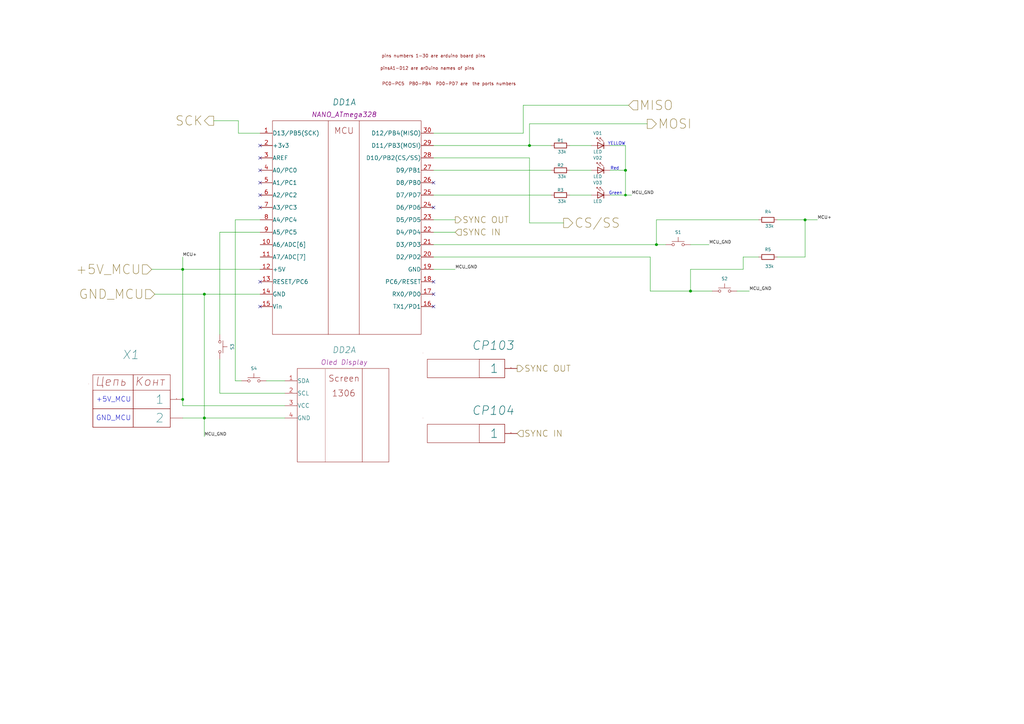
<source format=kicad_sch>
(kicad_sch (version 20210621) (generator eeschema)

  (uuid a7f62430-b7f6-4f82-a311-6552aeaee6ac)

  (paper "A3")

  (title_block
    (title "Seebeck measurement system (longitudinally")
    (comment 1 "RUST.ZM-12.402.01.00")
  )

  (lib_symbols
    (symbol "my_Library:33k" (pin_numbers hide) (pin_names (offset 0)) (in_bom yes) (on_board yes)
      (property "Reference" "R" (id 0) (at 0 2.032 0)
        (effects (font (size 1.27 1.27)))
      )
      (property "Value" "33k" (id 1) (at 0.635 -2.54 0)
        (effects (font (size 1.27 1.27)))
      )
      (property "Footprint" "my_Library_ftprint:R_0805_2012Metric" (id 2) (at 0 -1.778 0)
        (effects (font (size 1.27 1.27)) hide)
      )
      (property "Datasheet" "~" (id 3) (at 0 0 90)
        (effects (font (size 1.27 1.27)) hide)
      )
      (property "ki_keywords" "R res resistor" (id 4) (at 0 0 0)
        (effects (font (size 1.27 1.27)) hide)
      )
      (property "ki_description" "Resistor" (id 5) (at 0 0 0)
        (effects (font (size 1.27 1.27)) hide)
      )
      (property "ki_fp_filters" "R_*" (id 6) (at 0 0 0)
        (effects (font (size 1.27 1.27)) hide)
      )
      (symbol "33k_0_1"
        (rectangle (start 2.54 -1.016) (end -2.54 1.016)
          (stroke (width 0.254)) (fill (type none))
        )
      )
      (symbol "33k_1_1"
        (pin passive line (at -3.81 0 0) (length 1.27)
          (name "~" (effects (font (size 1.27 1.27))))
          (number "1" (effects (font (size 1.27 1.27))))
        )
        (pin passive line (at 3.81 0 180) (length 1.27)
          (name "~" (effects (font (size 1.27 1.27))))
          (number "2" (effects (font (size 1.27 1.27))))
        )
      )
    )
    (symbol "my_Library:CP_L" (pin_names (offset 2.54)) (in_bom yes) (on_board yes)
      (property "Reference" "CP" (id 0) (at -21.336 7.874 0)
        (effects (font (size 3.556 3.556) italic))
      )
      (property "Value" "CP_L" (id 1) (at -101.6 0 0)
        (effects (font (size 2.0066 2.0066) italic) hide)
      )
      (property "Footprint" "my_Library_ftprint:PinHeader_1x01_P2.54mm_Vertical" (id 2) (at -101.6 -2.54 0)
        (effects (font (size 2.0066 2.0066) italic) hide)
      )
      (property "Datasheet" "" (id 3) (at -101.6 -5.08 0)
        (effects (font (size 2.0066 2.0066) italic) hide)
      )
      (property "ValueName" "ВИЛКА НА ПЛАТУ 2.5 ММ ШАГ" (id 4) (at -21.336 -23.622 0)
        (effects (font (size 2.0066 2.0066) italic) hide)
      )
      (property "ValueGroup" "Соединители" (id 5) (at -101.6 -7.62 0)
        (effects (font (size 2.0066 2.0066) italic) hide)
      )
      (property "ValueGOST" "розетка СНП346-5PП21-1" (id 6) (at -101.6 -10.16 0)
        (effects (font (size 2.0066 2.0066) italic) hide)
      )
      (property "ValueTU" "РЮМК.430420.011ТУ" (id 7) (at -101.6 -12.7 0)
        (effects (font (size 2.0066 2.0066) italic) hide)
      )
      (property "ValueManufacturer" "ф. АО «Электродеталь»" (id 8) (at -101.6 -15.24 0)
        (effects (font (size 2.0066 2.0066) italic) hide)
      )
      (property "ValueTemp_1" "РЮМК.430420.011ТУ" (id 9) (at -101.6 -17.78 0)
        (effects (font (size 2.0066 2.0066) italic) hide)
      )
      (property "ValueSupplier" "ф. АО «Электродеталь»" (id 10) (at -101.6 -20.32 0)
        (effects (font (size 2.0066 2.0066) italic) hide)
      )
      (property "ValueAnalog" "PLD-10 DS-1021" (id 11) (at -101.6 -22.86 0)
        (effects (font (size 2.0066 2.0066) italic) hide)
      )
      (property "ValueTemperature" "от минус 60 ⁰C до + 85 ⁰C" (id 12) (at -101.6 -25.4 0)
        (effects (font (size 2.0066 2.0066) italic) hide)
      )
      (property "ValueNote" "-" (id 13) (at -101.6 -27.94 0)
        (effects (font (size 2.0066 2.0066) italic) hide)
      )
      (property "ValueTemp_2" "-" (id 14) (at -101.6 -30.48 0)
        (effects (font (size 2.0066 2.0066) italic) hide)
      )
      (property "ValueTemp_3" "-" (id 15) (at -101.6 -33.02 0)
        (effects (font (size 2.0066 2.0066) italic) hide)
      )
      (property "ValueTemp_4" "-" (id 16) (at -101.6 -35.56 0)
        (effects (font (size 2.0066 2.0066) italic) hide)
      )
      (property "ValueTemp_5" "-" (id 17) (at -101.6 -38.1 0)
        (effects (font (size 2.0066 2.0066) italic) hide)
      )
      (property "PIN1" "  " (id 18) (at -12.6362 37.9594 0)
        (effects (font (size 2.0066 2.0066) italic))
      )
      (property "PIN2" "   " (id 19) (at -12.6362 33.7224 0)
        (effects (font (size 2.0066 2.0066) italic))
      )
      (property "PIN3" " " (id 20) (at -12.6362 29.4854 0)
        (effects (font (size 2.0066 2.0066) italic))
      )
      (property "PIN4" "  " (id 21) (at -12.6362 25.2484 0)
        (effects (font (size 2.0066 2.0066) italic))
      )
      (property "PIN5" " " (id 22) (at -12.6362 21.0114 0)
        (effects (font (size 2.0066 2.0066) italic))
      )
      (property "ki_fp_filters" "[LTM][FP][Connectors][SNP346]:[LTM][X]*" (id 23) (at 0 0 0)
        (effects (font (size 1.27 1.27)) hide)
      )
      (symbol "CP_L_0_0"
        (pin passive line (at 0 0 180) (length 5.08)
          (name "1" (effects (font (size 3.556 3.556))))
          (number "1" (effects (font (size 0.0254 0.0254))))
        )
      )
      (symbol "CP_L_1_1"
        (text " " (at 9.906 -12.7 0)
          (effects (font (size 2.0066 2.0066) italic))
        )
        (text " " (at 9.906 -7.62 0)
          (effects (font (size 2.0066 2.0066) italic))
        )
        (text " " (at 9.906 -2.54 0)
          (effects (font (size 2.0066 2.0066) italic))
        )
        (text " " (at 9.906 2.54 0)
          (effects (font (size 2.0066 2.0066) italic))
        )
        (text " " (at 9.906 17.78 0)
          (effects (font (size 2.0066 2.0066) italic))
        )
        (text " " (at 12.446 -34.29 0)
          (effects (font (size 2.0066 2.0066) italic))
        )
        (text " " (at 12.446 -29.21 0)
          (effects (font (size 2.0066 2.0066) italic))
        )
        (text " " (at 12.446 -24.13 0)
          (effects (font (size 2.0066 2.0066) italic))
        )
        (rectangle (start -38.608 6.35) (end -38.608 6.35)
          (stroke (width 0)) (fill (type none))
        )
        (rectangle (start -36.83 3.81) (end -5.08 -3.81)
          (stroke (width 0)) (fill (type none))
        )
        (rectangle (start -15.494 3.81) (end -5.08 -3.81)
          (stroke (width 0)) (fill (type none))
        )
      )
    )
    (symbol "my_Library:Display_1306" (pin_names (offset 0.0254)) (in_bom yes) (on_board yes)
      (property "Reference" "DD2" (id 0) (at 24.13 12.7 0)
        (effects (font (size 2.5007 2.5007) italic))
      )
      (property "Value" "Display_1306" (id 1) (at 0 77.47 0)
        (effects (font (size 2.0066 2.0066) italic) hide)
      )
      (property "Footprint" "my_Library_ftprint:PinHeader_1x04_P2.54mm_Vertical" (id 2) (at 0 73.66 0)
        (effects (font (size 2.0066 2.0066) italic) hide)
      )
      (property "Datasheet" "C:/Program Files/KiCad/share/LTM_DataSheet/Микросхема_микроконтроллер_ 1986ВЕ1Т_АО _ПКК_Миландр.pdf" (id 3) (at 0 69.85 0)
        (effects (font (size 2.0066 2.0066) italic) hide)
      )
      (property "ValueName" "Oled Display" (id 4) (at 24.13 7.62 0)
        (effects (font (size 2.007 2.007) italic))
      )
      (property "ValueGroup" "Микросхемы" (id 5) (at 0 66.04 0)
        (effects (font (size 2.0066 2.0066) italic) hide)
      )
      (property "ValueGOST" "1986ВЕ1Т " (id 6) (at 0 62.23 0)
        (effects (font (size 2.0066 2.0066) italic) hide)
      )
      (property "ValueTU" "АЕЯР.431280.860 ТУ" (id 7) (at 0 58.42 0)
        (effects (font (size 2.0066 2.0066) italic) hide)
      )
      (property "ValueManufacturer" "АО «ПКК МИЛАНДР»" (id 8) (at 0 54.61 0)
        (effects (font (size 2.0066 2.0066) italic) hide)
      )
      (property "ValueTemp_1" "АЕЯР.431280.860 ТУ" (id 9) (at 0 50.8 0)
        (effects (font (size 2.0066 2.0066) italic) hide)
      )
      (property "ValueSupplier" "АО «ПКК МИЛАНДР»" (id 10) (at 0 46.99 0)
        (effects (font (size 2.0066 2.0066) italic) hide)
      )
      (property "ValueAnalog" "К1986ВЕ1Т, К1986ВЕ1QI" (id 11) (at 1.27 43.18 0)
        (effects (font (size 2.0066 2.0066) italic) hide)
      )
      (property "ValueTemperature" "от минус 60 ⁰C до + 125 ⁰C" (id 12) (at 0 39.37 0)
        (effects (font (size 2.0066 2.0066) italic) hide)
      )
      (property "ValueNote" "-" (id 13) (at 0 35.56 0)
        (effects (font (size 2.0066 2.0066) italic) hide)
      )
      (property "ValueTemp_2" "-" (id 14) (at 0 33.02 0)
        (effects (font (size 2.0066 2.0066) italic) hide)
      )
      (property "ValueTemp_3" "-" (id 15) (at 0 30.48 0)
        (effects (font (size 2.0066 2.0066) italic) hide)
      )
      (property "ValueTemp_4" "-" (id 16) (at 0 27.94 0)
        (effects (font (size 2.0066 2.0066) italic) hide)
      )
      (property "ValueTemp_5" "-" (id 17) (at 0 25.4 0)
        (effects (font (size 2.0066 2.0066) italic) hide)
      )
      (property "ki_locked" "" (id 18) (at 0 0 0)
        (effects (font (size 1.27 1.27)))
      )
      (property "ki_keywords" "display, oled" (id 19) (at 0 0 0)
        (effects (font (size 1.27 1.27)) hide)
      )
      (property "ki_description" "display" (id 20) (at 0 0 0)
        (effects (font (size 1.27 1.27)) hide)
      )
      (property "ki_fp_filters" "[LTM][D][4229.132-3]*" (id 21) (at 0 0 0)
        (effects (font (size 1.27 1.27)) hide)
      )
      (symbol "Display_1306_0_0"
        (text "1306" (at 24.13 -5.08 0)
          (effects (font (size 2.527 2.527)))
        )
        (text "Screen" (at 24.257 1.016 0)
          (effects (font (size 2.527 2.527)))
        )
      )
      (symbol "Display_1306_1_1"
        (rectangle (start 5.08 5.08) (end 42.672 -33.274)
          (stroke (width 0)) (fill (type none))
        )
        (polyline
          (pts
            (xy 16.51 4.826)
            (xy 16.51 -33.274)
          )
          (stroke (width 0.0006)) (fill (type none))
        )
        (polyline
          (pts
            (xy 31.75 5.08)
            (xy 31.75 -33.274)
          )
          (stroke (width 0)) (fill (type none))
        )
        (pin bidirectional line (at 0 0 0) (length 5.08)
          (name "SDA" (effects (font (size 1.702 1.702))))
          (number "1" (effects (font (size 1.702 1.702))))
        )
        (pin bidirectional line (at 0 -5.08 0) (length 5.08)
          (name "SCL" (effects (font (size 1.702 1.702))))
          (number "2" (effects (font (size 1.702 1.702))))
        )
        (pin bidirectional line (at 0 -10.16 0) (length 5.08)
          (name "VCC" (effects (font (size 1.702 1.702))))
          (number "3" (effects (font (size 1.702 1.702))))
        )
        (pin bidirectional line (at 0 -15.24 0) (length 5.08)
          (name "GND" (effects (font (size 1.702 1.702))))
          (number "4" (effects (font (size 1.702 1.702))))
        )
      )
      (symbol "Display_1306_2_1"
        (rectangle (start 5.08 -81.28) (end 43.18 5.08)
          (stroke (width 0)) (fill (type none))
        )
        (polyline
          (pts
            (xy 30.48 5.08)
            (xy 30.48 -81.28)
          )
          (stroke (width 0)) (fill (type none))
        )
        (polyline
          (pts
            (xy 17.78 5.08)
            (xy 17.78 -74.93)
            (xy 17.78 -81.28)
          )
          (stroke (width 0)) (fill (type none))
        )
        (pin bidirectional line (at 48.26 -35.56 180) (length 5.08)
          (name "PD7" (effects (font (size 1.7018 1.7018))))
          (number "41" (effects (font (size 1.7018 1.7018))))
        )
        (pin bidirectional line (at 48.26 -40.64 180) (length 5.08)
          (name "PD8" (effects (font (size 1.7018 1.7018))))
          (number "42" (effects (font (size 1.7018 1.7018))))
        )
        (pin bidirectional line (at 48.26 -45.72 180) (length 5.08)
          (name "PD9" (effects (font (size 1.7018 1.7018))))
          (number "43" (effects (font (size 1.7018 1.7018))))
        )
        (pin bidirectional line (at 48.26 -50.8 180) (length 5.08)
          (name "PD10" (effects (font (size 1.7018 1.7018))))
          (number "44" (effects (font (size 1.7018 1.7018))))
        )
        (pin bidirectional line (at 48.26 -55.88 180) (length 5.08)
          (name "PD11" (effects (font (size 1.7018 1.7018))))
          (number "45" (effects (font (size 1.7018 1.7018))))
        )
        (pin bidirectional line (at 48.26 -60.96 180) (length 5.08)
          (name "PD12" (effects (font (size 1.7018 1.7018))))
          (number "46" (effects (font (size 1.7018 1.7018))))
        )
        (pin bidirectional line (at 48.26 -66.04 180) (length 5.08)
          (name "PD13" (effects (font (size 1.7018 1.7018))))
          (number "47" (effects (font (size 1.7018 1.7018))))
        )
        (pin bidirectional line (at 48.26 -71.12 180) (length 5.08)
          (name "PD14" (effects (font (size 1.7018 1.7018))))
          (number "48" (effects (font (size 1.7018 1.7018))))
        )
        (pin bidirectional line (at 48.26 -76.2 180) (length 5.08)
          (name "PD15" (effects (font (size 1.7018 1.7018))))
          (number "49" (effects (font (size 1.7018 1.7018))))
        )
        (pin bidirectional line (at 0 -25.4 0) (length 5.08)
          (name "PC5" (effects (font (size 1.7018 1.7018))))
          (number "56" (effects (font (size 1.7018 1.7018))))
        )
        (pin bidirectional line (at 0 -30.48 0) (length 5.08)
          (name "PC6" (effects (font (size 1.7018 1.7018))))
          (number "57" (effects (font (size 1.7018 1.7018))))
        )
        (pin bidirectional line (at 0 -35.56 0) (length 5.08)
          (name "PC7" (effects (font (size 1.7018 1.7018))))
          (number "58" (effects (font (size 1.7018 1.7018))))
        )
        (pin bidirectional line (at 0 -40.64 0) (length 5.08)
          (name "PC8" (effects (font (size 1.7018 1.7018))))
          (number "59" (effects (font (size 1.7018 1.7018))))
        )
        (pin bidirectional line (at 0 -45.72 0) (length 5.08)
          (name "PC9" (effects (font (size 1.7018 1.7018))))
          (number "60" (effects (font (size 1.7018 1.7018))))
        )
        (pin bidirectional line (at 0 -50.8 0) (length 5.08)
          (name "PC10" (effects (font (size 1.7018 1.7018))))
          (number "61" (effects (font (size 1.7018 1.7018))))
        )
        (pin bidirectional line (at 0 -55.88 0) (length 5.08)
          (name "PC11" (effects (font (size 1.7018 1.7018))))
          (number "62" (effects (font (size 1.7018 1.7018))))
        )
        (pin bidirectional line (at 0 -60.96 0) (length 5.08)
          (name "PC12" (effects (font (size 1.7018 1.7018))))
          (number "63" (effects (font (size 1.7018 1.7018))))
        )
        (pin bidirectional line (at 0 -66.04 0) (length 5.08)
          (name "PC13" (effects (font (size 1.7018 1.7018))))
          (number "67" (effects (font (size 1.7018 1.7018))))
        )
        (pin bidirectional line (at 0 -71.12 0) (length 5.08)
          (name "PC14" (effects (font (size 1.7018 1.7018))))
          (number "68" (effects (font (size 1.7018 1.7018))))
        )
        (pin bidirectional line (at 0 -76.2 0) (length 5.08)
          (name "PC15" (effects (font (size 1.7018 1.7018))))
          (number "69" (effects (font (size 1.7018 1.7018))))
        )
        (pin bidirectional line (at 48.26 0 180) (length 5.08)
          (name "PD0" (effects (font (size 1.7018 1.7018))))
          (number "72" (effects (font (size 1.7018 1.7018))))
        )
        (pin bidirectional line (at 48.26 -5.08 180) (length 5.08)
          (name "PD1" (effects (font (size 1.7018 1.7018))))
          (number "73" (effects (font (size 1.7018 1.7018))))
        )
        (pin bidirectional line (at 48.26 -10.16 180) (length 5.08)
          (name "PD2" (effects (font (size 1.7018 1.7018))))
          (number "74" (effects (font (size 1.7018 1.7018))))
        )
        (pin bidirectional line (at 48.26 -15.24 180) (length 5.08)
          (name "PD3" (effects (font (size 1.7018 1.7018))))
          (number "75" (effects (font (size 1.7018 1.7018))))
        )
        (pin bidirectional line (at 48.26 -20.32 180) (length 5.08)
          (name "PD4" (effects (font (size 1.7018 1.7018))))
          (number "76" (effects (font (size 1.7018 1.7018))))
        )
        (pin bidirectional line (at 48.26 -25.4 180) (length 5.08)
          (name "PD5" (effects (font (size 1.7018 1.7018))))
          (number "77" (effects (font (size 1.7018 1.7018))))
        )
        (pin bidirectional line (at 48.26 -30.48 180) (length 5.08)
          (name "PD6" (effects (font (size 1.7018 1.7018))))
          (number "78" (effects (font (size 1.7018 1.7018))))
        )
        (pin bidirectional line (at 0 0 0) (length 5.08)
          (name "PC0" (effects (font (size 1.7018 1.7018))))
          (number "89" (effects (font (size 1.7018 1.7018))))
        )
        (pin bidirectional line (at 0 -5.08 0) (length 5.08)
          (name "PC1" (effects (font (size 1.7018 1.7018))))
          (number "90" (effects (font (size 1.7018 1.7018))))
        )
        (pin bidirectional line (at 0 -10.16 0) (length 5.08)
          (name "PC2" (effects (font (size 1.7018 1.7018))))
          (number "91" (effects (font (size 1.7018 1.7018))))
        )
        (pin bidirectional line (at 0 -15.24 0) (length 5.08)
          (name "PC3" (effects (font (size 1.7018 1.7018))))
          (number "92" (effects (font (size 1.7018 1.7018))))
        )
        (pin bidirectional line (at 0 -20.32 0) (length 5.08)
          (name "PC4" (effects (font (size 1.7018 1.7018))))
          (number "93" (effects (font (size 1.7018 1.7018))))
        )
      )
      (symbol "Display_1306_3_1"
        (rectangle (start 5.08 -81.28) (end 43.18 5.08)
          (stroke (width 0)) (fill (type none))
        )
        (polyline
          (pts
            (xy 30.48 5.08)
            (xy 30.48 -81.28)
          )
          (stroke (width 0)) (fill (type none))
        )
        (polyline
          (pts
            (xy 17.78 5.08)
            (xy 17.78 -55.88)
            (xy 17.78 -81.28)
          )
          (stroke (width 0)) (fill (type none))
        )
        (pin bidirectional line (at 0 -15.24 0) (length 5.08)
          (name "PE3" (effects (font (size 1.7018 1.7018))))
          (number "16" (effects (font (size 1.7018 1.7018))))
        )
        (pin bidirectional line (at 0 -20.32 0) (length 5.08)
          (name "PE4" (effects (font (size 1.7018 1.7018))))
          (number "17" (effects (font (size 1.7018 1.7018))))
        )
        (pin bidirectional line (at 0 -25.4 0) (length 5.08)
          (name "PE5" (effects (font (size 1.7018 1.7018))))
          (number "18" (effects (font (size 1.7018 1.7018))))
        )
        (pin bidirectional line (at 0 -40.64 0) (length 5.08)
          (name "PE8" (effects (font (size 1.7018 1.7018))))
          (number "19" (effects (font (size 1.7018 1.7018))))
        )
        (pin bidirectional line (at 0 -45.72 0) (length 5.08)
          (name "PE9" (effects (font (size 1.7018 1.7018))))
          (number "20" (effects (font (size 1.7018 1.7018))))
        )
        (pin bidirectional line (at 0 -50.8 0) (length 5.08)
          (name "PE10" (effects (font (size 1.7018 1.7018))))
          (number "21" (effects (font (size 1.7018 1.7018))))
        )
        (pin bidirectional line (at 0 -55.88 0) (length 5.08)
          (name "PE11" (effects (font (size 1.7018 1.7018))))
          (number "22" (effects (font (size 1.7018 1.7018))))
        )
        (pin bidirectional line (at 0 -60.96 0) (length 5.08)
          (name "PE12" (effects (font (size 1.7018 1.7018))))
          (number "23" (effects (font (size 1.7018 1.7018))))
        )
        (pin bidirectional line (at 0 -66.04 0) (length 5.08)
          (name "PE13" (effects (font (size 1.7018 1.7018))))
          (number "24" (effects (font (size 1.7018 1.7018))))
        )
        (pin bidirectional line (at 0 -71.12 0) (length 5.08)
          (name "PE14" (effects (font (size 1.7018 1.7018))))
          (number "25" (effects (font (size 1.7018 1.7018))))
        )
        (pin bidirectional line (at 0 -76.2 0) (length 5.08)
          (name "PE15" (effects (font (size 1.7018 1.7018))))
          (number "26" (effects (font (size 1.7018 1.7018))))
        )
        (pin bidirectional line (at 48.26 0 180) (length 5.08)
          (name "PF0" (effects (font (size 1.7018 1.7018))))
          (number "27" (effects (font (size 1.7018 1.7018))))
        )
        (pin bidirectional line (at 48.26 -5.08 180) (length 5.08)
          (name "PF1" (effects (font (size 1.7018 1.7018))))
          (number "28" (effects (font (size 1.7018 1.7018))))
        )
        (pin bidirectional line (at 48.26 -10.16 180) (length 5.08)
          (name "PF2" (effects (font (size 1.7018 1.7018))))
          (number "29" (effects (font (size 1.7018 1.7018))))
        )
        (pin bidirectional line (at 0 -30.48 0) (length 5.08)
          (name "PE6" (effects (font (size 1.7018 1.7018))))
          (number "34" (effects (font (size 1.7018 1.7018))))
        )
        (pin bidirectional line (at 0 -35.56 0) (length 5.08)
          (name "PE7" (effects (font (size 1.7018 1.7018))))
          (number "35" (effects (font (size 1.7018 1.7018))))
        )
        (pin bidirectional line (at 0 0 0) (length 5.08)
          (name "PE0" (effects (font (size 1.7018 1.7018))))
          (number "50" (effects (font (size 1.7018 1.7018))))
        )
        (pin bidirectional line (at 0 -5.08 0) (length 5.08)
          (name "PE1" (effects (font (size 1.7018 1.7018))))
          (number "51" (effects (font (size 1.7018 1.7018))))
        )
        (pin bidirectional line (at 0 -10.16 0) (length 5.08)
          (name "PE2" (effects (font (size 1.7018 1.7018))))
          (number "52" (effects (font (size 1.7018 1.7018))))
        )
        (pin bidirectional line (at 48.26 -66.04 180) (length 5.08)
          (name "PF13" (effects (font (size 1.7018 1.7018))))
          (number "64" (effects (font (size 1.7018 1.7018))))
        )
        (pin bidirectional line (at 48.26 -71.12 180) (length 5.08)
          (name "PF14" (effects (font (size 1.7018 1.7018))))
          (number "65" (effects (font (size 1.7018 1.7018))))
        )
        (pin bidirectional line (at 48.26 -76.2 180) (length 5.08)
          (name "PF15" (effects (font (size 1.7018 1.7018))))
          (number "66" (effects (font (size 1.7018 1.7018))))
        )
        (pin bidirectional line (at 48.26 -15.24 180) (length 5.08)
          (name "PF3" (effects (font (size 1.7018 1.7018))))
          (number "79" (effects (font (size 1.7018 1.7018))))
        )
        (pin bidirectional line (at 48.26 -20.32 180) (length 5.08)
          (name "PF4" (effects (font (size 1.7018 1.7018))))
          (number "80" (effects (font (size 1.7018 1.7018))))
        )
        (pin bidirectional line (at 48.26 -25.4 180) (length 5.08)
          (name "PF5" (effects (font (size 1.7018 1.7018))))
          (number "81" (effects (font (size 1.7018 1.7018))))
        )
        (pin bidirectional line (at 48.26 -30.48 180) (length 5.08)
          (name "PF6" (effects (font (size 1.7018 1.7018))))
          (number "82" (effects (font (size 1.7018 1.7018))))
        )
        (pin bidirectional line (at 48.26 -35.56 180) (length 5.08)
          (name "PF7" (effects (font (size 1.7018 1.7018))))
          (number "83" (effects (font (size 1.7018 1.7018))))
        )
        (pin bidirectional line (at 48.26 -40.64 180) (length 5.08)
          (name "PF8" (effects (font (size 1.7018 1.7018))))
          (number "84" (effects (font (size 1.7018 1.7018))))
        )
        (pin bidirectional line (at 48.26 -45.72 180) (length 5.08)
          (name "PF9" (effects (font (size 1.7018 1.7018))))
          (number "85" (effects (font (size 1.7018 1.7018))))
        )
        (pin bidirectional line (at 48.26 -50.8 180) (length 5.08)
          (name "PF10" (effects (font (size 1.7018 1.7018))))
          (number "86" (effects (font (size 1.7018 1.7018))))
        )
        (pin bidirectional line (at 48.26 -55.88 180) (length 5.08)
          (name "PF11" (effects (font (size 1.7018 1.7018))))
          (number "87" (effects (font (size 1.7018 1.7018))))
        )
        (pin bidirectional line (at 48.26 -60.96 180) (length 5.08)
          (name "PF12" (effects (font (size 1.7018 1.7018))))
          (number "88" (effects (font (size 1.7018 1.7018))))
        )
      )
      (symbol "Display_1306_4_1"
        (rectangle (start 5.08 -113.03) (end 43.18 5.08)
          (stroke (width 0)) (fill (type none))
        )
        (polyline
          (pts
            (xy 5.08 -72.39)
            (xy 17.78 -72.39)
          )
          (stroke (width 0)) (fill (type none))
        )
        (polyline
          (pts
            (xy 5.08 -40.64)
            (xy 17.78 -40.64)
          )
          (stroke (width 0)) (fill (type none))
        )
        (polyline
          (pts
            (xy 5.08 -25.4)
            (xy 17.78 -25.4)
          )
          (stroke (width 0)) (fill (type none))
        )
        (polyline
          (pts
            (xy 30.48 -45.72)
            (xy 43.18 -45.72)
          )
          (stroke (width 0)) (fill (type none))
        )
        (polyline
          (pts
            (xy 30.48 5.08)
            (xy 30.48 -113.03)
          )
          (stroke (width 0)) (fill (type none))
        )
        (polyline
          (pts
            (xy 17.78 5.08)
            (xy 17.78 -67.31)
            (xy 17.78 -113.03)
          )
          (stroke (width 0)) (fill (type none))
        )
        (pin power_in line (at 48.26 -71.12 180) (length 5.08)
          (name "VSS1A" (effects (font (size 1.7018 1.7018))))
          (number "1" (effects (font (size 1.7018 1.7018))))
        )
        (pin bidirectional line (at 0 -66.04 0) (length 5.08)
          (name "EXRES1" (effects (font (size 1.7018 1.7018))))
          (number "10" (effects (font (size 1.7018 1.7018))))
        )
        (pin power_in line (at 48.26 -86.36 180) (length 5.08)
          (name "VSS3A" (effects (font (size 1.7018 1.7018))))
          (number "11" (effects (font (size 1.7018 1.7018))))
        )
        (pin power_in line (at 48.26 -60.96 180) (length 5.08)
          (name "GND" (effects (font (size 1.7018 1.7018))))
          (number "116" (effects (font (size 1.7018 1.7018))))
        )
        (pin power_in line (at 48.26 -10.16 180) (length 5.08)
          (name "Ucc" (effects (font (size 1.7018 1.7018))))
          (number "117" (effects (font (size 1.7018 1.7018))))
        )
        (pin power_in line (at 48.26 -30.48 180) (length 5.08)
          (name "VDD3A" (effects (font (size 1.7018 1.7018))))
          (number "12" (effects (font (size 1.7018 1.7018))))
        )
        (pin bidirectional line (at 0 -81.28 0) (length 5.08)
          (name "TMS" (effects (font (size 1.7018 1.7018))))
          (number "128" (effects (font (size 1.7018 1.7018))))
        )
        (pin bidirectional line (at 0 -86.36 0) (length 5.08)
          (name "TDI" (effects (font (size 1.7018 1.7018))))
          (number "129" (effects (font (size 1.7018 1.7018))))
        )
        (pin power_out line (at 48.26 -91.44 180) (length 5.08)
          (name "VSS4A" (effects (font (size 1.7018 1.7018))))
          (number "13" (effects (font (size 1.7018 1.7018))))
        )
        (pin bidirectional line (at 0 -91.44 0) (length 5.08)
          (name "TDO" (effects (font (size 1.7018 1.7018))))
          (number "130" (effects (font (size 1.7018 1.7018))))
        )
        (pin bidirectional line (at 0 -96.52 0) (length 5.08)
          (name "TCK" (effects (font (size 1.7018 1.7018))))
          (number "131" (effects (font (size 1.7018 1.7018))))
        )
        (pin bidirectional line (at 0 -101.6 0) (length 5.08)
          (name "TRST" (effects (font (size 1.7018 1.7018))))
          (number "132" (effects (font (size 1.7018 1.7018))))
        )
        (pin power_in line (at 48.26 -35.56 180) (length 5.08)
          (name "VDD4A" (effects (font (size 1.7018 1.7018))))
          (number "14" (effects (font (size 1.7018 1.7018))))
        )
        (pin bidirectional line (at 0 -20.32 0) (length 5.08)
          (name "ITCMLAEN" (effects (font (size 1.7018 1.7018))))
          (number "15" (effects (font (size 1.7018 1.7018))))
        )
        (pin bidirectional line (at 0 -50.8 0) (length 5.08)
          (name "TXN" (effects (font (size 1.7018 1.7018))))
          (number "2" (effects (font (size 1.7018 1.7018))))
        )
        (pin bidirectional line (at 0 -45.72 0) (length 5.08)
          (name "TXP" (effects (font (size 1.7018 1.7018))))
          (number "3" (effects (font (size 1.7018 1.7018))))
        )
        (pin power_in line (at 48.26 -50.8 180) (length 5.08)
          (name "GND" (effects (font (size 1.7018 1.7018))))
          (number "30" (effects (font (size 1.7018 1.7018))))
        )
        (pin power_in line (at 48.26 0 180) (length 5.08)
          (name "Ucc" (effects (font (size 1.7018 1.7018))))
          (number "31" (effects (font (size 1.7018 1.7018))))
        )
        (pin power_in line (at 48.26 -40.64 180) (length 5.08)
          (name "BUcc" (effects (font (size 1.7018 1.7018))))
          (number "32" (effects (font (size 1.7018 1.7018))))
        )
        (pin bidirectional line (at 0 -106.68 0) (length 5.08)
          (name "JTAGEN" (effects (font (size 1.7018 1.7018))))
          (number "33" (effects (font (size 1.7018 1.7018))))
        )
        (pin bidirectional line (at 0 -15.24 0) (length 5.08)
          (name "WAKEUP" (effects (font (size 1.7018 1.7018))))
          (number "36" (effects (font (size 1.7018 1.7018))))
        )
        (pin bidirectional line (at 0 -30.48 0) (length 5.08)
          (name "DP" (effects (font (size 1.7018 1.7018))))
          (number "37" (effects (font (size 1.7018 1.7018))))
        )
        (pin bidirectional line (at 0 -35.56 0) (length 5.08)
          (name "DN" (effects (font (size 1.7018 1.7018))))
          (number "38" (effects (font (size 1.7018 1.7018))))
        )
        (pin power_in line (at 48.26 -66.04 180) (length 5.08)
          (name "AGND" (effects (font (size 1.7018 1.7018))))
          (number "39" (effects (font (size 1.7018 1.7018))))
        )
        (pin power_in line (at 48.26 -76.2 180) (length 5.08)
          (name "VSS1A" (effects (font (size 1.7018 1.7018))))
          (number "4" (effects (font (size 1.7018 1.7018))))
        )
        (pin power_in line (at 48.26 -15.24 180) (length 5.08)
          (name "AUcc" (effects (font (size 1.7018 1.7018))))
          (number "40" (effects (font (size 1.7018 1.7018))))
        )
        (pin power_in line (at 48.26 -20.32 180) (length 5.08)
          (name "VDD1A" (effects (font (size 1.7018 1.7018))))
          (number "5" (effects (font (size 1.7018 1.7018))))
        )
        (pin bidirectional line (at 0 -5.08 0) (length 5.08)
          (name "OSC_IN" (effects (font (size 1.7018 1.7018))))
          (number "53" (effects (font (size 1.7018 1.7018))))
        )
        (pin bidirectional line (at 0 -10.16 0) (length 5.08)
          (name "OSC_OUT" (effects (font (size 1.7018 1.7018))))
          (number "54" (effects (font (size 1.7018 1.7018))))
        )
        (pin bidirectional line (at 0 0 0) (length 5.08)
          (name "nRESET" (effects (font (size 1.7018 1.7018))))
          (number "55" (effects (font (size 1.7018 1.7018))))
        )
        (pin bidirectional line (at 0 -60.96 0) (length 5.08)
          (name "RXN" (effects (font (size 1.7018 1.7018))))
          (number "6" (effects (font (size 1.7018 1.7018))))
        )
        (pin bidirectional line (at 0 -55.88 0) (length 5.08)
          (name "RXP" (effects (font (size 1.7018 1.7018))))
          (number "7" (effects (font (size 1.7018 1.7018))))
        )
        (pin power_in line (at 48.26 -55.88 180) (length 5.08)
          (name "GND" (effects (font (size 1.7018 1.7018))))
          (number "70" (effects (font (size 1.7018 1.7018))))
        )
        (pin power_in line (at 48.26 -5.08 180) (length 5.08)
          (name "Ucc" (effects (font (size 1.7018 1.7018))))
          (number "71" (effects (font (size 1.7018 1.7018))))
        )
        (pin power_in line (at 48.26 -25.4 180) (length 5.08)
          (name "VDD2A" (effects (font (size 1.7018 1.7018))))
          (number "8" (effects (font (size 1.7018 1.7018))))
        )
        (pin power_in line (at 48.26 -81.28 180) (length 5.08)
          (name "VSS2A" (effects (font (size 1.7018 1.7018))))
          (number "9" (effects (font (size 1.7018 1.7018))))
        )
      )
    )
    (symbol "my_Library:JST-B2B-XHA_Left" (pin_names (offset 2.54)) (in_bom yes) (on_board yes)
      (property "Reference" "X?" (id 0) (at -21.5262 18.3342 0)
        (effects (font (size 3.556 3.556) italic))
      )
      (property "Value" "JST-B2B-XHA_Left" (id 1) (at -101.6 0 0)
        (effects (font (size 2.0066 2.0066) italic) hide)
      )
      (property "Footprint" "my_Library_ftprint:JST_EH_B5B-EH-A_1x05_P2.50mm_Vertical" (id 2) (at -101.6 -2.54 0)
        (effects (font (size 2.0066 2.0066) italic) hide)
      )
      (property "Datasheet" "" (id 3) (at -101.6 -5.08 0)
        (effects (font (size 2.0066 2.0066) italic) hide)
      )
      (property "ValueName" "ВИЛКА НА ПЛАТУ 2.5 ММ ШАГ" (id 4) (at -21.336 -23.622 0)
        (effects (font (size 2.0066 2.0066) italic) hide)
      )
      (property "ValueGroup" "Соединители" (id 5) (at -101.6 -7.62 0)
        (effects (font (size 2.0066 2.0066) italic) hide)
      )
      (property "ValueGOST" "розетка СНП346-5PП21-1" (id 6) (at -101.6 -10.16 0)
        (effects (font (size 2.0066 2.0066) italic) hide)
      )
      (property "ValueTU" "РЮМК.430420.011ТУ" (id 7) (at -101.6 -12.7 0)
        (effects (font (size 2.0066 2.0066) italic) hide)
      )
      (property "ValueManufacturer" "ф. АО «Электродеталь»" (id 8) (at -101.6 -15.24 0)
        (effects (font (size 2.0066 2.0066) italic) hide)
      )
      (property "ValueTemp_1" "РЮМК.430420.011ТУ" (id 9) (at -101.6 -17.78 0)
        (effects (font (size 2.0066 2.0066) italic) hide)
      )
      (property "ValueSupplier" "ф. АО «Электродеталь»" (id 10) (at -101.6 -20.32 0)
        (effects (font (size 2.0066 2.0066) italic) hide)
      )
      (property "ValueAnalog" "PLD-10 DS-1021" (id 11) (at -101.6 -22.86 0)
        (effects (font (size 2.0066 2.0066) italic) hide)
      )
      (property "ValueTemperature" "от минус 60 ⁰C до + 85 ⁰C" (id 12) (at -101.6 -25.4 0)
        (effects (font (size 2.0066 2.0066) italic) hide)
      )
      (property "ValueNote" "-" (id 13) (at -101.6 -27.94 0)
        (effects (font (size 2.0066 2.0066) italic) hide)
      )
      (property "ValueTemp_2" "-" (id 14) (at -101.6 -30.48 0)
        (effects (font (size 2.0066 2.0066) italic) hide)
      )
      (property "ValueTemp_3" "-" (id 15) (at -101.6 -33.02 0)
        (effects (font (size 2.0066 2.0066) italic) hide)
      )
      (property "ValueTemp_4" "-" (id 16) (at -101.6 -35.56 0)
        (effects (font (size 2.0066 2.0066) italic) hide)
      )
      (property "ValueTemp_5" "-" (id 17) (at -101.6 -38.1 0)
        (effects (font (size 2.0066 2.0066) italic) hide)
      )
      (property "PIN1" "  " (id 18) (at -12.6362 37.9594 0)
        (effects (font (size 2.0066 2.0066) italic))
      )
      (property "PIN2" "   " (id 19) (at -12.6362 33.7224 0)
        (effects (font (size 2.0066 2.0066) italic))
      )
      (property "PIN3" " " (id 20) (at -12.6362 29.4854 0)
        (effects (font (size 2.0066 2.0066) italic))
      )
      (property "PIN4" "  " (id 21) (at -12.6362 25.2484 0)
        (effects (font (size 2.0066 2.0066) italic))
      )
      (property "PIN5" " " (id 22) (at -12.6362 21.0114 0)
        (effects (font (size 2.0066 2.0066) italic))
      )
      (property "ki_description" "left side of scetch" (id 23) (at 0 0 0)
        (effects (font (size 1.27 1.27)) hide)
      )
      (property "ki_fp_filters" "[LTM][FP][Connectors][SNP346]:[LTM][X]*" (id 24) (at 0 0 0)
        (effects (font (size 1.27 1.27)) hide)
      )
      (symbol "JST-B2B-XHA_Left_0_0"
        (pin passive line (at 0 0 180) (length 5.08)
          (name "1" (effects (font (size 3.556 3.556))))
          (number "1" (effects (font (size 0.0254 0.0254))))
        )
        (pin passive line (at 0 -7.62 180) (length 5.08)
          (name "2" (effects (font (size 3.556 3.556))))
          (number "2" (effects (font (size 0 0))))
        )
      )
      (symbol "JST-B2B-XHA_Left_1_1"
        (text " " (at 9.906 -12.7 0)
          (effects (font (size 2.0066 2.0066) italic))
        )
        (text " " (at 9.906 -7.62 0)
          (effects (font (size 2.0066 2.0066) italic))
        )
        (text " " (at 9.906 -2.54 0)
          (effects (font (size 2.0066 2.0066) italic))
        )
        (text " " (at 9.906 2.54 0)
          (effects (font (size 2.0066 2.0066) italic))
        )
        (text " " (at 9.906 17.78 0)
          (effects (font (size 2.0066 2.0066) italic))
        )
        (text " " (at 12.446 -34.29 0)
          (effects (font (size 2.0066 2.0066) italic))
        )
        (text " " (at 12.446 -29.21 0)
          (effects (font (size 2.0066 2.0066) italic))
        )
        (text " " (at 12.446 -24.13 0)
          (effects (font (size 2.0066 2.0066) italic))
        )
        (text "Конт" (at -13.462 7.366 0)
          (effects (font (size 3.556 3.556) italic))
        )
        (text "Цепь" (at -29.464 7.366 0)
          (effects (font (size 3.556 3.556) italic))
        )
        (rectangle (start -38.608 6.35) (end -38.608 6.35)
          (stroke (width 0)) (fill (type none))
        )
        (rectangle (start -36.83 -3.81) (end -5.08 -11.43)
          (stroke (width 0)) (fill (type none))
        )
        (rectangle (start -36.83 3.81) (end -5.08 -3.81)
          (stroke (width 0)) (fill (type none))
        )
        (rectangle (start -36.83 10.16) (end -20.32 -11.43)
          (stroke (width 0)) (fill (type none))
        )
        (rectangle (start -20.32 10.16) (end -5.08 -11.43)
          (stroke (width 0)) (fill (type none))
        )
      )
    )
    (symbol "my_Library:LED" (pin_numbers hide) (pin_names (offset 1.016) hide) (in_bom yes) (on_board yes)
      (property "Reference" "VD" (id 0) (at 0 5.08 0)
        (effects (font (size 1.27 1.27)))
      )
      (property "Value" "LED" (id 1) (at 0 -2.54 0)
        (effects (font (size 1.27 1.27)))
      )
      (property "Footprint" "my_Library_ftprint:LED_0805_2012Metric" (id 2) (at 1.27 -6.35 0)
        (effects (font (size 1.27 1.27)) hide)
      )
      (property "Datasheet" "http://cdn-reichelt.de/documents/datenblatt/A500/SFH4346.pdf" (id 3) (at -1.27 0 0)
        (effects (font (size 1.27 1.27)) hide)
      )
      (property "ki_keywords" "opto IR LED smd LED 0805" (id 4) (at 0 0 0)
        (effects (font (size 1.27 1.27)) hide)
      )
      (property "ki_description" "smd LED 0805" (id 5) (at 0 0 0)
        (effects (font (size 1.27 1.27)) hide)
      )
      (property "ki_fp_filters" "LED*3.0mm*IRBlack*" (id 6) (at 0 0 0)
        (effects (font (size 1.27 1.27)) hide)
      )
      (symbol "LED_0_1"
        (polyline
          (pts
            (xy -2.54 1.27)
            (xy -2.54 -1.27)
          )
          (stroke (width 0.254)) (fill (type none))
        )
        (polyline
          (pts
            (xy 0 0)
            (xy -2.54 0)
          )
          (stroke (width 0)) (fill (type none))
        )
        (polyline
          (pts
            (xy 0.381 3.175)
            (xy -0.127 3.175)
          )
          (stroke (width 0)) (fill (type none))
        )
        (polyline
          (pts
            (xy -1.143 1.651)
            (xy 0.381 3.175)
            (xy 0.381 2.667)
          )
          (stroke (width 0)) (fill (type none))
        )
        (polyline
          (pts
            (xy 0 1.27)
            (xy -2.54 0)
            (xy 0 -1.27)
            (xy 0 1.27)
          )
          (stroke (width 0.254)) (fill (type none))
        )
        (polyline
          (pts
            (xy -2.413 1.651)
            (xy -0.889 3.175)
            (xy -0.889 2.667)
            (xy -0.889 3.175)
            (xy -1.397 3.175)
          )
          (stroke (width 0)) (fill (type none))
        )
      )
      (symbol "LED_1_1"
        (pin passive line (at -5.08 0 0) (length 2.54)
          (name "K" (effects (font (size 1.27 1.27))))
          (number "1" (effects (font (size 1.27 1.27))))
        )
        (pin passive line (at 2.54 0 180) (length 2.54)
          (name "A" (effects (font (size 1.27 1.27))))
          (number "2" (effects (font (size 1.27 1.27))))
        )
      )
    )
    (symbol "my_Library:NANO_ATmega328" (pin_names (offset 0.0254)) (in_bom yes) (on_board yes)
      (property "Reference" "DD" (id 0) (at 24.13 12.7 0)
        (effects (font (size 2.5007 2.5007) italic))
      )
      (property "Value" "NANO_ATmega328" (id 1) (at 0 77.47 0)
        (effects (font (size 2.0066 2.0066) italic) hide)
      )
      (property "Footprint" "my_Library_ftprint:Nano_328pu" (id 2) (at 0 73.66 0)
        (effects (font (size 2.0066 2.0066) italic) hide)
      )
      (property "Datasheet" "C:/Program Files/KiCad/share/LTM_DataSheet/Микросхема_микроконтроллер_ 1986ВЕ1Т_АО _ПКК_Миландр.pdf" (id 3) (at 0 69.85 0)
        (effects (font (size 2.0066 2.0066) italic) hide)
      )
      (property "ValueName" "NANO_ATmega328" (id 4) (at 24.13 7.62 0)
        (effects (font (size 2.007 2.007) italic))
      )
      (property "ValueGroup" "Микросхемы" (id 5) (at 0 66.04 0)
        (effects (font (size 2.0066 2.0066) italic) hide)
      )
      (property "ValueGOST" "1986ВЕ1Т " (id 6) (at 0 62.23 0)
        (effects (font (size 2.0066 2.0066) italic) hide)
      )
      (property "ValueTU" "АЕЯР.431280.860 ТУ" (id 7) (at 0 58.42 0)
        (effects (font (size 2.0066 2.0066) italic) hide)
      )
      (property "ValueManufacturer" "АО «ПКК МИЛАНДР»" (id 8) (at 0 54.61 0)
        (effects (font (size 2.0066 2.0066) italic) hide)
      )
      (property "ValueTemp_1" "АЕЯР.431280.860 ТУ" (id 9) (at 0 50.8 0)
        (effects (font (size 2.0066 2.0066) italic) hide)
      )
      (property "ValueSupplier" "АО «ПКК МИЛАНДР»" (id 10) (at 0 46.99 0)
        (effects (font (size 2.0066 2.0066) italic) hide)
      )
      (property "ValueAnalog" "К1986ВЕ1Т, К1986ВЕ1QI" (id 11) (at 1.27 43.18 0)
        (effects (font (size 2.0066 2.0066) italic) hide)
      )
      (property "ValueTemperature" "от минус 60 ⁰C до + 125 ⁰C" (id 12) (at 0 39.37 0)
        (effects (font (size 2.0066 2.0066) italic) hide)
      )
      (property "ValueNote" "-" (id 13) (at 0 35.56 0)
        (effects (font (size 2.0066 2.0066) italic) hide)
      )
      (property "ValueTemp_2" "-" (id 14) (at 0 33.02 0)
        (effects (font (size 2.0066 2.0066) italic) hide)
      )
      (property "ValueTemp_3" "-" (id 15) (at 0 30.48 0)
        (effects (font (size 2.0066 2.0066) italic) hide)
      )
      (property "ValueTemp_4" "-" (id 16) (at 0 27.94 0)
        (effects (font (size 2.0066 2.0066) italic) hide)
      )
      (property "ValueTemp_5" "-" (id 17) (at 0 25.4 0)
        (effects (font (size 2.0066 2.0066) italic) hide)
      )
      (property "ki_locked" "" (id 18) (at 0 0 0)
        (effects (font (size 1.27 1.27)))
      )
      (property "ki_keywords" "Микросхема, микроконтроллер" (id 19) (at 0 0 0)
        (effects (font (size 1.27 1.27)) hide)
      )
      (property "ki_description" "RISC МК авиационного назначения" (id 20) (at 0 0 0)
        (effects (font (size 1.27 1.27)) hide)
      )
      (property "ki_fp_filters" "[LTM][D][4229.132-3]*" (id 21) (at 0 0 0)
        (effects (font (size 1.27 1.27)) hide)
      )
      (symbol "NANO_ATmega328_0_0"
        (text "MCU" (at 24.257 1.016 0)
          (effects (font (size 2.527 2.527)))
        )
        (text "PC0-PC5  PB0-PB4  PD0-PD7 are  the ports numbers" (at 67.31 20.32 0)
          (effects (font (size 1.27 1.27)))
        )
        (text "pins numbers 1-30 are arduino board pins" (at 60.96 31.75 0)
          (effects (font (size 1.27 1.27)))
        )
        (text "pinsA1-D12 are arDuino names of pins" (at 58.42 26.67 0)
          (effects (font (size 1.27 1.27)))
        )
      )
      (symbol "NANO_ATmega328_1_1"
        (rectangle (start -5.08 5.08) (end 55.88 -82.55)
          (stroke (width 0)) (fill (type none))
        )
        (polyline
          (pts
            (xy 30.48 5.08)
            (xy 30.48 -82.55)
          )
          (stroke (width 0)) (fill (type none))
        )
        (polyline
          (pts
            (xy 17.78 5.08)
            (xy 17.78 -17.78)
            (xy 17.78 -74.93)
            (xy 17.78 -82.55)
          )
          (stroke (width 0)) (fill (type none))
        )
        (pin bidirectional line (at -10.16 0 0) (length 5.08)
          (name "D13/PB5(SCK)" (effects (font (size 1.702 1.702))))
          (number "1" (effects (font (size 1.702 1.702))))
        )
        (pin bidirectional line (at -10.16 -45.72 0) (length 5.08)
          (name "A6/ADC[6]" (effects (font (size 1.702 1.702))))
          (number "10" (effects (font (size 1.702 1.702))))
        )
        (pin bidirectional line (at -10.16 -50.8 0) (length 5.08)
          (name "A7/ADC[7]" (effects (font (size 1.702 1.702))))
          (number "11" (effects (font (size 1.702 1.702))))
        )
        (pin bidirectional line (at -10.16 -55.88 0) (length 5.08)
          (name "+5V" (effects (font (size 1.702 1.702))))
          (number "12" (effects (font (size 1.702 1.702))))
        )
        (pin bidirectional line (at -10.16 -60.96 0) (length 5.08)
          (name "RESET/PC6" (effects (font (size 1.702 1.702))))
          (number "13" (effects (font (size 1.702 1.702))))
        )
        (pin bidirectional line (at -10.16 -66.04 0) (length 5.08)
          (name "GND" (effects (font (size 1.702 1.702))))
          (number "14" (effects (font (size 1.702 1.702))))
        )
        (pin bidirectional line (at -10.16 -71.12 0) (length 5.08)
          (name "Vin" (effects (font (size 1.702 1.702))))
          (number "15" (effects (font (size 1.702 1.702))))
        )
        (pin bidirectional line (at 60.96 -71.12 180) (length 5.08)
          (name "TX1/PD1" (effects (font (size 1.702 1.702))))
          (number "16" (effects (font (size 1.702 1.702))))
        )
        (pin bidirectional line (at 60.96 -66.04 180) (length 5.08)
          (name "RX0/PD0" (effects (font (size 1.702 1.702))))
          (number "17" (effects (font (size 1.702 1.702))))
        )
        (pin bidirectional line (at 60.96 -60.96 180) (length 5.08)
          (name "PC6/RESET" (effects (font (size 1.702 1.702))))
          (number "18" (effects (font (size 1.702 1.702))))
        )
        (pin bidirectional line (at 60.96 -55.88 180) (length 5.08)
          (name "GND" (effects (font (size 1.702 1.702))))
          (number "19" (effects (font (size 1.702 1.702))))
        )
        (pin bidirectional line (at -10.16 -5.08 0) (length 5.08)
          (name "+3v3" (effects (font (size 1.702 1.702))))
          (number "2" (effects (font (size 1.702 1.702))))
        )
        (pin bidirectional line (at 60.96 -50.8 180) (length 5.08)
          (name "D2/PD2" (effects (font (size 1.702 1.702))))
          (number "20" (effects (font (size 1.702 1.702))))
        )
        (pin bidirectional line (at 60.96 -45.72 180) (length 5.08)
          (name "D3/PD3" (effects (font (size 1.702 1.702))))
          (number "21" (effects (font (size 1.702 1.702))))
        )
        (pin bidirectional line (at 60.96 -40.64 180) (length 5.08)
          (name "D4/PD4" (effects (font (size 1.702 1.702))))
          (number "22" (effects (font (size 1.702 1.702))))
        )
        (pin bidirectional line (at 60.96 -35.56 180) (length 5.08)
          (name "D5/PD5" (effects (font (size 1.702 1.702))))
          (number "23" (effects (font (size 1.702 1.702))))
        )
        (pin bidirectional line (at 60.96 -30.48 180) (length 5.08)
          (name "D6/PD6" (effects (font (size 1.702 1.702))))
          (number "24" (effects (font (size 1.702 1.702))))
        )
        (pin bidirectional line (at 60.96 -25.4 180) (length 5.08)
          (name "D7/PD7" (effects (font (size 1.702 1.702))))
          (number "25" (effects (font (size 1.702 1.702))))
        )
        (pin bidirectional line (at 60.96 -20.32 180) (length 5.08)
          (name "D8/PB0" (effects (font (size 1.702 1.702))))
          (number "26" (effects (font (size 1.702 1.702))))
        )
        (pin bidirectional line (at 60.96 -15.24 180) (length 5.08)
          (name "D9/PB1" (effects (font (size 1.702 1.702))))
          (number "27" (effects (font (size 1.702 1.702))))
        )
        (pin bidirectional line (at 60.96 -10.16 180) (length 5.08)
          (name "D10/PB2(CS/SS)" (effects (font (size 1.702 1.702))))
          (number "28" (effects (font (size 1.702 1.702))))
        )
        (pin bidirectional line (at 60.96 -5.08 180) (length 5.08)
          (name "D11/PB3(MOSI)" (effects (font (size 1.702 1.702))))
          (number "29" (effects (font (size 1.702 1.702))))
        )
        (pin bidirectional line (at -10.16 -10.16 0) (length 5.08)
          (name "AREF" (effects (font (size 1.702 1.702))))
          (number "3" (effects (font (size 1.702 1.702))))
        )
        (pin bidirectional line (at 60.96 0 180) (length 5.08)
          (name "D12/PB4(MISO)" (effects (font (size 1.702 1.702))))
          (number "30" (effects (font (size 1.702 1.702))))
        )
        (pin bidirectional line (at -10.16 -15.24 0) (length 5.08)
          (name "A0/PC0" (effects (font (size 1.702 1.702))))
          (number "4" (effects (font (size 1.702 1.702))))
        )
        (pin bidirectional line (at -10.16 -20.32 0) (length 5.08)
          (name "A1/PC1" (effects (font (size 1.702 1.702))))
          (number "5" (effects (font (size 1.702 1.702))))
        )
        (pin bidirectional line (at -10.16 -25.4 0) (length 5.08)
          (name "A2/PC2" (effects (font (size 1.702 1.702))))
          (number "6" (effects (font (size 1.702 1.702))))
        )
        (pin bidirectional line (at -10.16 -30.48 0) (length 5.08)
          (name "A3/PC3" (effects (font (size 1.702 1.702))))
          (number "7" (effects (font (size 1.702 1.702))))
        )
        (pin bidirectional line (at -10.16 -35.56 0) (length 5.08)
          (name "A4/PC4" (effects (font (size 1.702 1.702))))
          (number "8" (effects (font (size 1.702 1.702))))
        )
        (pin bidirectional line (at -10.16 -40.64 0) (length 5.08)
          (name "A5/PC5" (effects (font (size 1.702 1.702))))
          (number "9" (effects (font (size 1.702 1.702))))
        )
      )
      (symbol "NANO_ATmega328_2_1"
        (rectangle (start 5.08 -81.28) (end 43.18 5.08)
          (stroke (width 0)) (fill (type none))
        )
        (polyline
          (pts
            (xy 30.48 5.08)
            (xy 30.48 -81.28)
          )
          (stroke (width 0)) (fill (type none))
        )
        (polyline
          (pts
            (xy 17.78 5.08)
            (xy 17.78 -74.93)
            (xy 17.78 -81.28)
          )
          (stroke (width 0)) (fill (type none))
        )
        (pin bidirectional line (at 48.26 -35.56 180) (length 5.08)
          (name "PD7" (effects (font (size 1.7018 1.7018))))
          (number "41" (effects (font (size 1.7018 1.7018))))
        )
        (pin bidirectional line (at 48.26 -40.64 180) (length 5.08)
          (name "PD8" (effects (font (size 1.7018 1.7018))))
          (number "42" (effects (font (size 1.7018 1.7018))))
        )
        (pin bidirectional line (at 48.26 -45.72 180) (length 5.08)
          (name "PD9" (effects (font (size 1.7018 1.7018))))
          (number "43" (effects (font (size 1.7018 1.7018))))
        )
        (pin bidirectional line (at 48.26 -50.8 180) (length 5.08)
          (name "PD10" (effects (font (size 1.7018 1.7018))))
          (number "44" (effects (font (size 1.7018 1.7018))))
        )
        (pin bidirectional line (at 48.26 -55.88 180) (length 5.08)
          (name "PD11" (effects (font (size 1.7018 1.7018))))
          (number "45" (effects (font (size 1.7018 1.7018))))
        )
        (pin bidirectional line (at 48.26 -60.96 180) (length 5.08)
          (name "PD12" (effects (font (size 1.7018 1.7018))))
          (number "46" (effects (font (size 1.7018 1.7018))))
        )
        (pin bidirectional line (at 48.26 -66.04 180) (length 5.08)
          (name "PD13" (effects (font (size 1.7018 1.7018))))
          (number "47" (effects (font (size 1.7018 1.7018))))
        )
        (pin bidirectional line (at 48.26 -71.12 180) (length 5.08)
          (name "PD14" (effects (font (size 1.7018 1.7018))))
          (number "48" (effects (font (size 1.7018 1.7018))))
        )
        (pin bidirectional line (at 48.26 -76.2 180) (length 5.08)
          (name "PD15" (effects (font (size 1.7018 1.7018))))
          (number "49" (effects (font (size 1.7018 1.7018))))
        )
        (pin bidirectional line (at 0 -25.4 0) (length 5.08)
          (name "PC5" (effects (font (size 1.7018 1.7018))))
          (number "56" (effects (font (size 1.7018 1.7018))))
        )
        (pin bidirectional line (at 0 -30.48 0) (length 5.08)
          (name "PC6" (effects (font (size 1.7018 1.7018))))
          (number "57" (effects (font (size 1.7018 1.7018))))
        )
        (pin bidirectional line (at 0 -35.56 0) (length 5.08)
          (name "PC7" (effects (font (size 1.7018 1.7018))))
          (number "58" (effects (font (size 1.7018 1.7018))))
        )
        (pin bidirectional line (at 0 -40.64 0) (length 5.08)
          (name "PC8" (effects (font (size 1.7018 1.7018))))
          (number "59" (effects (font (size 1.7018 1.7018))))
        )
        (pin bidirectional line (at 0 -45.72 0) (length 5.08)
          (name "PC9" (effects (font (size 1.7018 1.7018))))
          (number "60" (effects (font (size 1.7018 1.7018))))
        )
        (pin bidirectional line (at 0 -50.8 0) (length 5.08)
          (name "PC10" (effects (font (size 1.7018 1.7018))))
          (number "61" (effects (font (size 1.7018 1.7018))))
        )
        (pin bidirectional line (at 0 -55.88 0) (length 5.08)
          (name "PC11" (effects (font (size 1.7018 1.7018))))
          (number "62" (effects (font (size 1.7018 1.7018))))
        )
        (pin bidirectional line (at 0 -60.96 0) (length 5.08)
          (name "PC12" (effects (font (size 1.7018 1.7018))))
          (number "63" (effects (font (size 1.7018 1.7018))))
        )
        (pin bidirectional line (at 0 -66.04 0) (length 5.08)
          (name "PC13" (effects (font (size 1.7018 1.7018))))
          (number "67" (effects (font (size 1.7018 1.7018))))
        )
        (pin bidirectional line (at 0 -71.12 0) (length 5.08)
          (name "PC14" (effects (font (size 1.7018 1.7018))))
          (number "68" (effects (font (size 1.7018 1.7018))))
        )
        (pin bidirectional line (at 0 -76.2 0) (length 5.08)
          (name "PC15" (effects (font (size 1.7018 1.7018))))
          (number "69" (effects (font (size 1.7018 1.7018))))
        )
        (pin bidirectional line (at 48.26 0 180) (length 5.08)
          (name "PD0" (effects (font (size 1.7018 1.7018))))
          (number "72" (effects (font (size 1.7018 1.7018))))
        )
        (pin bidirectional line (at 48.26 -5.08 180) (length 5.08)
          (name "PD1" (effects (font (size 1.7018 1.7018))))
          (number "73" (effects (font (size 1.7018 1.7018))))
        )
        (pin bidirectional line (at 48.26 -10.16 180) (length 5.08)
          (name "PD2" (effects (font (size 1.7018 1.7018))))
          (number "74" (effects (font (size 1.7018 1.7018))))
        )
        (pin bidirectional line (at 48.26 -15.24 180) (length 5.08)
          (name "PD3" (effects (font (size 1.7018 1.7018))))
          (number "75" (effects (font (size 1.7018 1.7018))))
        )
        (pin bidirectional line (at 48.26 -20.32 180) (length 5.08)
          (name "PD4" (effects (font (size 1.7018 1.7018))))
          (number "76" (effects (font (size 1.7018 1.7018))))
        )
        (pin bidirectional line (at 48.26 -25.4 180) (length 5.08)
          (name "PD5" (effects (font (size 1.7018 1.7018))))
          (number "77" (effects (font (size 1.7018 1.7018))))
        )
        (pin bidirectional line (at 48.26 -30.48 180) (length 5.08)
          (name "PD6" (effects (font (size 1.7018 1.7018))))
          (number "78" (effects (font (size 1.7018 1.7018))))
        )
        (pin bidirectional line (at 0 0 0) (length 5.08)
          (name "PC0" (effects (font (size 1.7018 1.7018))))
          (number "89" (effects (font (size 1.7018 1.7018))))
        )
        (pin bidirectional line (at 0 -5.08 0) (length 5.08)
          (name "PC1" (effects (font (size 1.7018 1.7018))))
          (number "90" (effects (font (size 1.7018 1.7018))))
        )
        (pin bidirectional line (at 0 -10.16 0) (length 5.08)
          (name "PC2" (effects (font (size 1.7018 1.7018))))
          (number "91" (effects (font (size 1.7018 1.7018))))
        )
        (pin bidirectional line (at 0 -15.24 0) (length 5.08)
          (name "PC3" (effects (font (size 1.7018 1.7018))))
          (number "92" (effects (font (size 1.7018 1.7018))))
        )
        (pin bidirectional line (at 0 -20.32 0) (length 5.08)
          (name "PC4" (effects (font (size 1.7018 1.7018))))
          (number "93" (effects (font (size 1.7018 1.7018))))
        )
      )
      (symbol "NANO_ATmega328_3_1"
        (rectangle (start 5.08 -81.28) (end 43.18 5.08)
          (stroke (width 0)) (fill (type none))
        )
        (polyline
          (pts
            (xy 30.48 5.08)
            (xy 30.48 -81.28)
          )
          (stroke (width 0)) (fill (type none))
        )
        (polyline
          (pts
            (xy 17.78 5.08)
            (xy 17.78 -55.88)
            (xy 17.78 -81.28)
          )
          (stroke (width 0)) (fill (type none))
        )
        (pin bidirectional line (at 0 -15.24 0) (length 5.08)
          (name "PE3" (effects (font (size 1.7018 1.7018))))
          (number "16" (effects (font (size 1.7018 1.7018))))
        )
        (pin bidirectional line (at 0 -20.32 0) (length 5.08)
          (name "PE4" (effects (font (size 1.7018 1.7018))))
          (number "17" (effects (font (size 1.7018 1.7018))))
        )
        (pin bidirectional line (at 0 -25.4 0) (length 5.08)
          (name "PE5" (effects (font (size 1.7018 1.7018))))
          (number "18" (effects (font (size 1.7018 1.7018))))
        )
        (pin bidirectional line (at 0 -40.64 0) (length 5.08)
          (name "PE8" (effects (font (size 1.7018 1.7018))))
          (number "19" (effects (font (size 1.7018 1.7018))))
        )
        (pin bidirectional line (at 0 -45.72 0) (length 5.08)
          (name "PE9" (effects (font (size 1.7018 1.7018))))
          (number "20" (effects (font (size 1.7018 1.7018))))
        )
        (pin bidirectional line (at 0 -50.8 0) (length 5.08)
          (name "PE10" (effects (font (size 1.7018 1.7018))))
          (number "21" (effects (font (size 1.7018 1.7018))))
        )
        (pin bidirectional line (at 0 -55.88 0) (length 5.08)
          (name "PE11" (effects (font (size 1.7018 1.7018))))
          (number "22" (effects (font (size 1.7018 1.7018))))
        )
        (pin bidirectional line (at 0 -60.96 0) (length 5.08)
          (name "PE12" (effects (font (size 1.7018 1.7018))))
          (number "23" (effects (font (size 1.7018 1.7018))))
        )
        (pin bidirectional line (at 0 -66.04 0) (length 5.08)
          (name "PE13" (effects (font (size 1.7018 1.7018))))
          (number "24" (effects (font (size 1.7018 1.7018))))
        )
        (pin bidirectional line (at 0 -71.12 0) (length 5.08)
          (name "PE14" (effects (font (size 1.7018 1.7018))))
          (number "25" (effects (font (size 1.7018 1.7018))))
        )
        (pin bidirectional line (at 0 -76.2 0) (length 5.08)
          (name "PE15" (effects (font (size 1.7018 1.7018))))
          (number "26" (effects (font (size 1.7018 1.7018))))
        )
        (pin bidirectional line (at 48.26 0 180) (length 5.08)
          (name "PF0" (effects (font (size 1.7018 1.7018))))
          (number "27" (effects (font (size 1.7018 1.7018))))
        )
        (pin bidirectional line (at 48.26 -5.08 180) (length 5.08)
          (name "PF1" (effects (font (size 1.7018 1.7018))))
          (number "28" (effects (font (size 1.7018 1.7018))))
        )
        (pin bidirectional line (at 48.26 -10.16 180) (length 5.08)
          (name "PF2" (effects (font (size 1.7018 1.7018))))
          (number "29" (effects (font (size 1.7018 1.7018))))
        )
        (pin bidirectional line (at 0 -30.48 0) (length 5.08)
          (name "PE6" (effects (font (size 1.7018 1.7018))))
          (number "34" (effects (font (size 1.7018 1.7018))))
        )
        (pin bidirectional line (at 0 -35.56 0) (length 5.08)
          (name "PE7" (effects (font (size 1.7018 1.7018))))
          (number "35" (effects (font (size 1.7018 1.7018))))
        )
        (pin bidirectional line (at 0 0 0) (length 5.08)
          (name "PE0" (effects (font (size 1.7018 1.7018))))
          (number "50" (effects (font (size 1.7018 1.7018))))
        )
        (pin bidirectional line (at 0 -5.08 0) (length 5.08)
          (name "PE1" (effects (font (size 1.7018 1.7018))))
          (number "51" (effects (font (size 1.7018 1.7018))))
        )
        (pin bidirectional line (at 0 -10.16 0) (length 5.08)
          (name "PE2" (effects (font (size 1.7018 1.7018))))
          (number "52" (effects (font (size 1.7018 1.7018))))
        )
        (pin bidirectional line (at 48.26 -66.04 180) (length 5.08)
          (name "PF13" (effects (font (size 1.7018 1.7018))))
          (number "64" (effects (font (size 1.7018 1.7018))))
        )
        (pin bidirectional line (at 48.26 -71.12 180) (length 5.08)
          (name "PF14" (effects (font (size 1.7018 1.7018))))
          (number "65" (effects (font (size 1.7018 1.7018))))
        )
        (pin bidirectional line (at 48.26 -76.2 180) (length 5.08)
          (name "PF15" (effects (font (size 1.7018 1.7018))))
          (number "66" (effects (font (size 1.7018 1.7018))))
        )
        (pin bidirectional line (at 48.26 -15.24 180) (length 5.08)
          (name "PF3" (effects (font (size 1.7018 1.7018))))
          (number "79" (effects (font (size 1.7018 1.7018))))
        )
        (pin bidirectional line (at 48.26 -20.32 180) (length 5.08)
          (name "PF4" (effects (font (size 1.7018 1.7018))))
          (number "80" (effects (font (size 1.7018 1.7018))))
        )
        (pin bidirectional line (at 48.26 -25.4 180) (length 5.08)
          (name "PF5" (effects (font (size 1.7018 1.7018))))
          (number "81" (effects (font (size 1.7018 1.7018))))
        )
        (pin bidirectional line (at 48.26 -30.48 180) (length 5.08)
          (name "PF6" (effects (font (size 1.7018 1.7018))))
          (number "82" (effects (font (size 1.7018 1.7018))))
        )
        (pin bidirectional line (at 48.26 -35.56 180) (length 5.08)
          (name "PF7" (effects (font (size 1.7018 1.7018))))
          (number "83" (effects (font (size 1.7018 1.7018))))
        )
        (pin bidirectional line (at 48.26 -40.64 180) (length 5.08)
          (name "PF8" (effects (font (size 1.7018 1.7018))))
          (number "84" (effects (font (size 1.7018 1.7018))))
        )
        (pin bidirectional line (at 48.26 -45.72 180) (length 5.08)
          (name "PF9" (effects (font (size 1.7018 1.7018))))
          (number "85" (effects (font (size 1.7018 1.7018))))
        )
        (pin bidirectional line (at 48.26 -50.8 180) (length 5.08)
          (name "PF10" (effects (font (size 1.7018 1.7018))))
          (number "86" (effects (font (size 1.7018 1.7018))))
        )
        (pin bidirectional line (at 48.26 -55.88 180) (length 5.08)
          (name "PF11" (effects (font (size 1.7018 1.7018))))
          (number "87" (effects (font (size 1.7018 1.7018))))
        )
        (pin bidirectional line (at 48.26 -60.96 180) (length 5.08)
          (name "PF12" (effects (font (size 1.7018 1.7018))))
          (number "88" (effects (font (size 1.7018 1.7018))))
        )
      )
      (symbol "NANO_ATmega328_4_1"
        (rectangle (start 5.08 -113.03) (end 43.18 5.08)
          (stroke (width 0)) (fill (type none))
        )
        (polyline
          (pts
            (xy 5.08 -72.39)
            (xy 17.78 -72.39)
          )
          (stroke (width 0)) (fill (type none))
        )
        (polyline
          (pts
            (xy 5.08 -40.64)
            (xy 17.78 -40.64)
          )
          (stroke (width 0)) (fill (type none))
        )
        (polyline
          (pts
            (xy 5.08 -25.4)
            (xy 17.78 -25.4)
          )
          (stroke (width 0)) (fill (type none))
        )
        (polyline
          (pts
            (xy 30.48 -45.72)
            (xy 43.18 -45.72)
          )
          (stroke (width 0)) (fill (type none))
        )
        (polyline
          (pts
            (xy 30.48 5.08)
            (xy 30.48 -113.03)
          )
          (stroke (width 0)) (fill (type none))
        )
        (polyline
          (pts
            (xy 17.78 5.08)
            (xy 17.78 -67.31)
            (xy 17.78 -113.03)
          )
          (stroke (width 0)) (fill (type none))
        )
        (pin power_in line (at 48.26 -71.12 180) (length 5.08)
          (name "VSS1A" (effects (font (size 1.7018 1.7018))))
          (number "1" (effects (font (size 1.7018 1.7018))))
        )
        (pin bidirectional line (at 0 -66.04 0) (length 5.08)
          (name "EXRES1" (effects (font (size 1.7018 1.7018))))
          (number "10" (effects (font (size 1.7018 1.7018))))
        )
        (pin power_in line (at 48.26 -86.36 180) (length 5.08)
          (name "VSS3A" (effects (font (size 1.7018 1.7018))))
          (number "11" (effects (font (size 1.7018 1.7018))))
        )
        (pin power_in line (at 48.26 -60.96 180) (length 5.08)
          (name "GND" (effects (font (size 1.7018 1.7018))))
          (number "116" (effects (font (size 1.7018 1.7018))))
        )
        (pin power_in line (at 48.26 -10.16 180) (length 5.08)
          (name "Ucc" (effects (font (size 1.7018 1.7018))))
          (number "117" (effects (font (size 1.7018 1.7018))))
        )
        (pin power_in line (at 48.26 -30.48 180) (length 5.08)
          (name "VDD3A" (effects (font (size 1.7018 1.7018))))
          (number "12" (effects (font (size 1.7018 1.7018))))
        )
        (pin bidirectional line (at 0 -81.28 0) (length 5.08)
          (name "TMS" (effects (font (size 1.7018 1.7018))))
          (number "128" (effects (font (size 1.7018 1.7018))))
        )
        (pin bidirectional line (at 0 -86.36 0) (length 5.08)
          (name "TDI" (effects (font (size 1.7018 1.7018))))
          (number "129" (effects (font (size 1.7018 1.7018))))
        )
        (pin power_out line (at 48.26 -91.44 180) (length 5.08)
          (name "VSS4A" (effects (font (size 1.7018 1.7018))))
          (number "13" (effects (font (size 1.7018 1.7018))))
        )
        (pin bidirectional line (at 0 -91.44 0) (length 5.08)
          (name "TDO" (effects (font (size 1.7018 1.7018))))
          (number "130" (effects (font (size 1.7018 1.7018))))
        )
        (pin bidirectional line (at 0 -96.52 0) (length 5.08)
          (name "TCK" (effects (font (size 1.7018 1.7018))))
          (number "131" (effects (font (size 1.7018 1.7018))))
        )
        (pin bidirectional line (at 0 -101.6 0) (length 5.08)
          (name "TRST" (effects (font (size 1.7018 1.7018))))
          (number "132" (effects (font (size 1.7018 1.7018))))
        )
        (pin power_in line (at 48.26 -35.56 180) (length 5.08)
          (name "VDD4A" (effects (font (size 1.7018 1.7018))))
          (number "14" (effects (font (size 1.7018 1.7018))))
        )
        (pin bidirectional line (at 0 -20.32 0) (length 5.08)
          (name "ITCMLAEN" (effects (font (size 1.7018 1.7018))))
          (number "15" (effects (font (size 1.7018 1.7018))))
        )
        (pin bidirectional line (at 0 -50.8 0) (length 5.08)
          (name "TXN" (effects (font (size 1.7018 1.7018))))
          (number "2" (effects (font (size 1.7018 1.7018))))
        )
        (pin bidirectional line (at 0 -45.72 0) (length 5.08)
          (name "TXP" (effects (font (size 1.7018 1.7018))))
          (number "3" (effects (font (size 1.7018 1.7018))))
        )
        (pin power_in line (at 48.26 -50.8 180) (length 5.08)
          (name "GND" (effects (font (size 1.7018 1.7018))))
          (number "30" (effects (font (size 1.7018 1.7018))))
        )
        (pin power_in line (at 48.26 0 180) (length 5.08)
          (name "Ucc" (effects (font (size 1.7018 1.7018))))
          (number "31" (effects (font (size 1.7018 1.7018))))
        )
        (pin power_in line (at 48.26 -40.64 180) (length 5.08)
          (name "BUcc" (effects (font (size 1.7018 1.7018))))
          (number "32" (effects (font (size 1.7018 1.7018))))
        )
        (pin bidirectional line (at 0 -106.68 0) (length 5.08)
          (name "JTAGEN" (effects (font (size 1.7018 1.7018))))
          (number "33" (effects (font (size 1.7018 1.7018))))
        )
        (pin bidirectional line (at 0 -15.24 0) (length 5.08)
          (name "WAKEUP" (effects (font (size 1.7018 1.7018))))
          (number "36" (effects (font (size 1.7018 1.7018))))
        )
        (pin bidirectional line (at 0 -30.48 0) (length 5.08)
          (name "DP" (effects (font (size 1.7018 1.7018))))
          (number "37" (effects (font (size 1.7018 1.7018))))
        )
        (pin bidirectional line (at 0 -35.56 0) (length 5.08)
          (name "DN" (effects (font (size 1.7018 1.7018))))
          (number "38" (effects (font (size 1.7018 1.7018))))
        )
        (pin power_in line (at 48.26 -66.04 180) (length 5.08)
          (name "AGND" (effects (font (size 1.7018 1.7018))))
          (number "39" (effects (font (size 1.7018 1.7018))))
        )
        (pin power_in line (at 48.26 -76.2 180) (length 5.08)
          (name "VSS1A" (effects (font (size 1.7018 1.7018))))
          (number "4" (effects (font (size 1.7018 1.7018))))
        )
        (pin power_in line (at 48.26 -15.24 180) (length 5.08)
          (name "AUcc" (effects (font (size 1.7018 1.7018))))
          (number "40" (effects (font (size 1.7018 1.7018))))
        )
        (pin power_in line (at 48.26 -20.32 180) (length 5.08)
          (name "VDD1A" (effects (font (size 1.7018 1.7018))))
          (number "5" (effects (font (size 1.7018 1.7018))))
        )
        (pin bidirectional line (at 0 -5.08 0) (length 5.08)
          (name "OSC_IN" (effects (font (size 1.7018 1.7018))))
          (number "53" (effects (font (size 1.7018 1.7018))))
        )
        (pin bidirectional line (at 0 -10.16 0) (length 5.08)
          (name "OSC_OUT" (effects (font (size 1.7018 1.7018))))
          (number "54" (effects (font (size 1.7018 1.7018))))
        )
        (pin bidirectional line (at 0 0 0) (length 5.08)
          (name "nRESET" (effects (font (size 1.7018 1.7018))))
          (number "55" (effects (font (size 1.7018 1.7018))))
        )
        (pin bidirectional line (at 0 -60.96 0) (length 5.08)
          (name "RXN" (effects (font (size 1.7018 1.7018))))
          (number "6" (effects (font (size 1.7018 1.7018))))
        )
        (pin bidirectional line (at 0 -55.88 0) (length 5.08)
          (name "RXP" (effects (font (size 1.7018 1.7018))))
          (number "7" (effects (font (size 1.7018 1.7018))))
        )
        (pin power_in line (at 48.26 -55.88 180) (length 5.08)
          (name "GND" (effects (font (size 1.7018 1.7018))))
          (number "70" (effects (font (size 1.7018 1.7018))))
        )
        (pin power_in line (at 48.26 -5.08 180) (length 5.08)
          (name "Ucc" (effects (font (size 1.7018 1.7018))))
          (number "71" (effects (font (size 1.7018 1.7018))))
        )
        (pin power_in line (at 48.26 -25.4 180) (length 5.08)
          (name "VDD2A" (effects (font (size 1.7018 1.7018))))
          (number "8" (effects (font (size 1.7018 1.7018))))
        )
        (pin power_in line (at 48.26 -81.28 180) (length 5.08)
          (name "VSS2A" (effects (font (size 1.7018 1.7018))))
          (number "9" (effects (font (size 1.7018 1.7018))))
        )
      )
    )
    (symbol "my_Library:taktile button KLS7" (pin_numbers hide) (pin_names hide) (in_bom yes) (on_board yes)
      (property "Reference" "S" (id 0) (at 0 5.08 0)
        (effects (font (size 1.27 1.27)))
      )
      (property "Value" "taktile button KLS7" (id 1) (at 1.27 -5.08 0)
        (effects (font (size 1.27 1.27)) hide)
      )
      (property "Footprint" "my_Library_ftprint:SW_Push_2P1T_6x6mm" (id 2) (at 0 -7.62 0)
        (effects (font (size 1.27 1.27)) hide)
      )
      (property "Datasheet" "http://www.apem.com/int/index.php?controller=attachment&id_attachment=488" (id 3) (at 0 -10.16 0)
        (effects (font (size 1.27 1.27)) hide)
      )
      (property "ki_keywords" "switch normally-open pushbutton push-button" (id 4) (at 0 0 0)
        (effects (font (size 1.27 1.27)) hide)
      )
      (property "ki_description" "single pole normally-open tactile SMD switch" (id 5) (at 0 0 0)
        (effects (font (size 1.27 1.27)) hide)
      )
      (property "ki_fp_filters" "SW*MEC*5G*" (id 6) (at 0 0 0)
        (effects (font (size 1.27 1.27)) hide)
      )
      (symbol "taktile button KLS7_0_1"
        (circle (center -2.032 0) (radius 0.508) (stroke (width 0)) (fill (type none)))
        (circle (center 2.032 0) (radius 0.508) (stroke (width 0)) (fill (type none)))
        (polyline
          (pts
            (xy 0 1.27)
            (xy 0 3.048)
          )
          (stroke (width 0)) (fill (type none))
        )
        (polyline
          (pts
            (xy 2.54 1.27)
            (xy -2.54 1.27)
          )
          (stroke (width 0)) (fill (type none))
        )
        (pin passive line (at -5.08 0 0) (length 2.54)
          (name "1" (effects (font (size 1.27 1.27))))
          (number "1" (effects (font (size 1.27 1.27))))
        )
        (pin passive line (at 5.08 0 180) (length 2.54)
          (name "2" (effects (font (size 1.27 1.27))))
          (number "2" (effects (font (size 1.27 1.27))))
        )
      )
      (symbol "taktile button KLS7_1_1"
        (pin passive line (at -5.08 0 0) (length 2.54) hide
          (name "1" (effects (font (size 1.27 1.27))))
          (number "1" (effects (font (size 1.27 1.27))))
        )
        (pin passive line (at 5.08 0 180) (length 2.54) hide
          (name "2" (effects (font (size 1.27 1.27))))
          (number "2" (effects (font (size 1.27 1.27))))
        )
      )
    )
  )

  (junction (at 74.93 110.49) (diameter 1.016) (color 0 0 0 0))
  (junction (at 74.93 163.83) (diameter 1.016) (color 0 0 0 0))
  (junction (at 83.82 120.65) (diameter 1.016) (color 0 0 0 0))
  (junction (at 83.82 171.45) (diameter 1.016) (color 0 0 0 0))
  (junction (at 217.17 59.69) (diameter 1.016) (color 0 0 0 0))
  (junction (at 256.54 69.85) (diameter 1.016) (color 0 0 0 0))
  (junction (at 256.54 80.01) (diameter 0) (color 0 0 0 0))
  (junction (at 269.24 100.33) (diameter 1.016) (color 0 0 0 0))
  (junction (at 283.21 119.38) (diameter 1.016) (color 0 0 0 0))
  (junction (at 330.2 90.17) (diameter 1.016) (color 0 0 0 0))

  (no_connect (at 106.68 59.69) (uuid 0663e338-c3a2-4f1c-9f98-d43ff8142544))
  (no_connect (at 106.68 64.77) (uuid 0663e338-c3a2-4f1c-9f98-d43ff8142544))
  (no_connect (at 106.68 69.85) (uuid 0663e338-c3a2-4f1c-9f98-d43ff8142544))
  (no_connect (at 106.68 74.93) (uuid 0663e338-c3a2-4f1c-9f98-d43ff8142544))
  (no_connect (at 106.68 80.01) (uuid 0663e338-c3a2-4f1c-9f98-d43ff8142544))
  (no_connect (at 106.68 85.09) (uuid 0663e338-c3a2-4f1c-9f98-d43ff8142544))
  (no_connect (at 106.68 115.57) (uuid 0663e338-c3a2-4f1c-9f98-d43ff8142544))
  (no_connect (at 106.68 125.73) (uuid 0663e338-c3a2-4f1c-9f98-d43ff8142544))
  (no_connect (at 177.8 74.93) (uuid 0663e338-c3a2-4f1c-9f98-d43ff8142544))
  (no_connect (at 177.8 85.09) (uuid 0663e338-c3a2-4f1c-9f98-d43ff8142544))
  (no_connect (at 177.8 115.57) (uuid 0663e338-c3a2-4f1c-9f98-d43ff8142544))
  (no_connect (at 177.8 120.65) (uuid 0663e338-c3a2-4f1c-9f98-d43ff8142544))
  (no_connect (at 177.8 125.73) (uuid 0663e338-c3a2-4f1c-9f98-d43ff8142544))

  (wire (pts (xy 62.23 110.49) (xy 74.93 110.49))
    (stroke (width 0) (type solid) (color 0 0 0 0))
    (uuid c913126c-ccaf-46f8-a804-48eb049bc76c)
  )
  (wire (pts (xy 63.5 120.65) (xy 83.82 120.65))
    (stroke (width 0) (type solid) (color 0 0 0 0))
    (uuid 79c691ec-d58b-4afb-9ecb-d899f906ca45)
  )
  (wire (pts (xy 74.93 105.41) (xy 74.93 110.49))
    (stroke (width 0) (type solid) (color 0 0 0 0))
    (uuid 95433ee5-97a3-4c41-b284-0ed7f4e53142)
  )
  (wire (pts (xy 74.93 110.49) (xy 74.93 163.83))
    (stroke (width 0) (type solid) (color 0 0 0 0))
    (uuid 8a7526d9-2296-4462-87ec-9c3302e53301)
  )
  (wire (pts (xy 74.93 110.49) (xy 106.68 110.49))
    (stroke (width 0) (type solid) (color 0 0 0 0))
    (uuid c913126c-ccaf-46f8-a804-48eb049bc76c)
  )
  (wire (pts (xy 74.93 166.37) (xy 74.93 163.83))
    (stroke (width 0) (type solid) (color 0 0 0 0))
    (uuid 90eeba25-3f4c-471c-bade-075ee8fd5602)
  )
  (wire (pts (xy 74.93 171.45) (xy 83.82 171.45))
    (stroke (width 0) (type solid) (color 0 0 0 0))
    (uuid 807e2be9-b840-4640-97d2-7db2ae65714d)
  )
  (wire (pts (xy 83.82 120.65) (xy 106.68 120.65))
    (stroke (width 0) (type solid) (color 0 0 0 0))
    (uuid 79c691ec-d58b-4afb-9ecb-d899f906ca45)
  )
  (wire (pts (xy 83.82 171.45) (xy 83.82 120.65))
    (stroke (width 0) (type solid) (color 0 0 0 0))
    (uuid 807e2be9-b840-4640-97d2-7db2ae65714d)
  )
  (wire (pts (xy 83.82 171.45) (xy 116.84 171.45))
    (stroke (width 0) (type solid) (color 0 0 0 0))
    (uuid 751f23d4-d16b-47c5-87f5-288381c5b068)
  )
  (wire (pts (xy 83.82 179.07) (xy 83.82 171.45))
    (stroke (width 0) (type solid) (color 0 0 0 0))
    (uuid 973a85ed-de2c-401a-9f27-6628da4c9ed6)
  )
  (wire (pts (xy 90.17 95.25) (xy 106.68 95.25))
    (stroke (width 0) (type solid) (color 0 0 0 0))
    (uuid b9a69010-cbcc-4e52-ae2b-d2c6d26d4e9f)
  )
  (wire (pts (xy 90.17 137.16) (xy 90.17 95.25))
    (stroke (width 0) (type solid) (color 0 0 0 0))
    (uuid 485bfef2-fd03-4ff9-9010-5db34608dbc3)
  )
  (wire (pts (xy 90.17 161.29) (xy 90.17 147.32))
    (stroke (width 0) (type solid) (color 0 0 0 0))
    (uuid 485bfef2-fd03-4ff9-9010-5db34608dbc3)
  )
  (wire (pts (xy 96.52 90.17) (xy 96.52 156.21))
    (stroke (width 0) (type solid) (color 0 0 0 0))
    (uuid f3a296cf-ef84-4a78-b701-213ee4027eac)
  )
  (wire (pts (xy 96.52 90.17) (xy 106.68 90.17))
    (stroke (width 0) (type solid) (color 0 0 0 0))
    (uuid 69853eb4-8fe3-48d3-b815-b15ce1d7c26e)
  )
  (wire (pts (xy 96.52 156.21) (xy 99.06 156.21))
    (stroke (width 0) (type solid) (color 0 0 0 0))
    (uuid 8b777dd6-0116-46cd-bc0c-61e9f72cc2e6)
  )
  (wire (pts (xy 97.79 49.53) (xy 87.63 49.53))
    (stroke (width 0) (type solid) (color 0 0 0 0))
    (uuid 3afc9347-67a9-41a5-93bc-d06074b2d8e4)
  )
  (wire (pts (xy 97.79 54.61) (xy 97.79 49.53))
    (stroke (width 0) (type solid) (color 0 0 0 0))
    (uuid 3afc9347-67a9-41a5-93bc-d06074b2d8e4)
  )
  (wire (pts (xy 106.68 54.61) (xy 97.79 54.61))
    (stroke (width 0) (type solid) (color 0 0 0 0))
    (uuid 3afc9347-67a9-41a5-93bc-d06074b2d8e4)
  )
  (wire (pts (xy 109.22 156.21) (xy 116.84 156.21))
    (stroke (width 0) (type solid) (color 0 0 0 0))
    (uuid 8b777dd6-0116-46cd-bc0c-61e9f72cc2e6)
  )
  (wire (pts (xy 116.84 161.29) (xy 90.17 161.29))
    (stroke (width 0) (type solid) (color 0 0 0 0))
    (uuid 4caa4e01-8732-45c3-a2ed-244065fd0468)
  )
  (wire (pts (xy 116.84 166.37) (xy 74.93 166.37))
    (stroke (width 0) (type solid) (color 0 0 0 0))
    (uuid 90eeba25-3f4c-471c-bade-075ee8fd5602)
  )
  (wire (pts (xy 177.8 59.69) (xy 217.17 59.69))
    (stroke (width 0) (type solid) (color 0 0 0 0))
    (uuid eb5be833-bbe3-495e-b0b6-898df535e2a2)
  )
  (wire (pts (xy 177.8 64.77) (xy 217.17 64.77))
    (stroke (width 0) (type solid) (color 0 0 0 0))
    (uuid 148e569f-1a8e-4d82-9f55-954653a83ba1)
  )
  (wire (pts (xy 177.8 69.85) (xy 226.06 69.85))
    (stroke (width 0) (type solid) (color 0 0 0 0))
    (uuid 62848e75-43f4-4437-a11a-da98a0454453)
  )
  (wire (pts (xy 177.8 80.01) (xy 226.06 80.01))
    (stroke (width 0) (type solid) (color 0 0 0 0))
    (uuid 860d6447-7030-4c6d-80aa-4fd6b238b166)
  )
  (wire (pts (xy 177.8 90.17) (xy 186.69 90.17))
    (stroke (width 0) (type solid) (color 0 0 0 0))
    (uuid ff16aaf4-17fd-4adb-bf69-1876ebd20aab)
  )
  (wire (pts (xy 177.8 95.25) (xy 186.69 95.25))
    (stroke (width 0) (type solid) (color 0 0 0 0))
    (uuid e4cb07d2-aba3-4ada-9c27-e7695f46a8dc)
  )
  (wire (pts (xy 177.8 100.33) (xy 269.24 100.33))
    (stroke (width 0) (type solid) (color 0 0 0 0))
    (uuid 6eed5ae0-da5f-4f57-84bb-e40820280a70)
  )
  (wire (pts (xy 177.8 105.41) (xy 266.7 105.41))
    (stroke (width 0) (type solid) (color 0 0 0 0))
    (uuid 2a5893ee-6aef-460f-8ee4-3b6e41d1e570)
  )
  (wire (pts (xy 177.8 110.49) (xy 186.69 110.49))
    (stroke (width 0) (type solid) (color 0 0 0 0))
    (uuid 5858c410-e658-4ce3-87b9-d2b24299456a)
  )
  (wire (pts (xy 214.63 43.18) (xy 214.63 54.61))
    (stroke (width 0) (type solid) (color 0 0 0 0))
    (uuid fd55b097-a8fd-492c-bc40-a5a0974b1fc2)
  )
  (wire (pts (xy 214.63 43.18) (xy 257.81 43.18))
    (stroke (width 0) (type solid) (color 0 0 0 0))
    (uuid a7a6a867-0cc8-4ff7-92b9-4848bf7ea258)
  )
  (wire (pts (xy 214.63 54.61) (xy 177.8 54.61))
    (stroke (width 0) (type solid) (color 0 0 0 0))
    (uuid ec1f4b71-b8dc-4b14-83aa-8e2b99d7d68b)
  )
  (wire (pts (xy 217.17 50.8) (xy 217.17 59.69))
    (stroke (width 0) (type solid) (color 0 0 0 0))
    (uuid fbccd7d6-dcc1-4421-9a1a-adfab8c10a86)
  )
  (wire (pts (xy 217.17 59.69) (xy 226.06 59.69))
    (stroke (width 0) (type solid) (color 0 0 0 0))
    (uuid eb5be833-bbe3-495e-b0b6-898df535e2a2)
  )
  (wire (pts (xy 217.17 64.77) (xy 217.17 91.44))
    (stroke (width 0) (type solid) (color 0 0 0 0))
    (uuid 148e569f-1a8e-4d82-9f55-954653a83ba1)
  )
  (wire (pts (xy 217.17 91.44) (xy 231.14 91.44))
    (stroke (width 0) (type solid) (color 0 0 0 0))
    (uuid 148e569f-1a8e-4d82-9f55-954653a83ba1)
  )
  (wire (pts (xy 233.68 59.69) (xy 242.57 59.69))
    (stroke (width 0) (type solid) (color 0 0 0 0))
    (uuid 9cdc4b39-c854-477e-b55f-0c9867554558)
  )
  (wire (pts (xy 233.68 69.85) (xy 242.57 69.85))
    (stroke (width 0) (type solid) (color 0 0 0 0))
    (uuid 0735c611-be4f-4aab-a25d-36785074a5f2)
  )
  (wire (pts (xy 233.68 80.01) (xy 242.57 80.01))
    (stroke (width 0) (type solid) (color 0 0 0 0))
    (uuid 867dd6e6-0c66-43d7-aa09-28311b49939b)
  )
  (wire (pts (xy 250.19 59.69) (xy 256.54 59.69))
    (stroke (width 0) (type solid) (color 0 0 0 0))
    (uuid 49e6c34f-a70d-43f0-b58d-8ade5d6fb5a7)
  )
  (wire (pts (xy 256.54 59.69) (xy 256.54 69.85))
    (stroke (width 0) (type solid) (color 0 0 0 0))
    (uuid fc442ca3-2310-4b62-b499-bcab17a61215)
  )
  (wire (pts (xy 256.54 69.85) (xy 250.19 69.85))
    (stroke (width 0) (type solid) (color 0 0 0 0))
    (uuid 19b7939e-2427-4621-bf42-08bab742d07e)
  )
  (wire (pts (xy 256.54 69.85) (xy 256.54 80.01))
    (stroke (width 0) (type solid) (color 0 0 0 0))
    (uuid ccc3e81a-8aff-4b97-bd90-dff11506df52)
  )
  (wire (pts (xy 256.54 80.01) (xy 250.19 80.01))
    (stroke (width 0) (type solid) (color 0 0 0 0))
    (uuid c983c670-013e-4305-8226-7e939591f076)
  )
  (wire (pts (xy 256.54 80.01) (xy 259.08 80.01))
    (stroke (width 0) (type solid) (color 0 0 0 0))
    (uuid 8cc85820-7327-4203-b00a-fd769e3762ab)
  )
  (wire (pts (xy 265.43 50.8) (xy 217.17 50.8))
    (stroke (width 0) (type solid) (color 0 0 0 0))
    (uuid fbccd7d6-dcc1-4421-9a1a-adfab8c10a86)
  )
  (wire (pts (xy 266.7 105.41) (xy 266.7 119.38))
    (stroke (width 0) (type solid) (color 0 0 0 0))
    (uuid 046d0776-fb67-4664-9e15-e02022fc094c)
  )
  (wire (pts (xy 266.7 119.38) (xy 283.21 119.38))
    (stroke (width 0) (type solid) (color 0 0 0 0))
    (uuid 7a046a65-8230-4afd-9216-380a37c2bc81)
  )
  (wire (pts (xy 269.24 90.17) (xy 269.24 100.33))
    (stroke (width 0) (type solid) (color 0 0 0 0))
    (uuid b26e174c-ff69-421d-9d28-03f1b2d3071a)
  )
  (wire (pts (xy 269.24 90.17) (xy 311.15 90.17))
    (stroke (width 0) (type solid) (color 0 0 0 0))
    (uuid 8dae50b4-333d-4e46-be96-5f53feebd779)
  )
  (wire (pts (xy 269.24 100.33) (xy 273.05 100.33))
    (stroke (width 0) (type solid) (color 0 0 0 0))
    (uuid d8ae3b5d-fc6e-4535-b43f-81e012905160)
  )
  (wire (pts (xy 283.21 100.33) (xy 290.83 100.33))
    (stroke (width 0) (type solid) (color 0 0 0 0))
    (uuid b80505ef-9a22-423f-8083-a16c3f0aae85)
  )
  (wire (pts (xy 283.21 110.49) (xy 283.21 119.38))
    (stroke (width 0) (type solid) (color 0 0 0 0))
    (uuid a9b1a0a1-2134-42c0-b663-a91cf01e06d5)
  )
  (wire (pts (xy 283.21 119.38) (xy 292.1 119.38))
    (stroke (width 0) (type solid) (color 0 0 0 0))
    (uuid 002cd8da-84e5-45fa-8b1b-8b42409224dc)
  )
  (wire (pts (xy 302.26 119.38) (xy 307.34 119.38))
    (stroke (width 0) (type solid) (color 0 0 0 0))
    (uuid 390f81c3-2503-4610-b03d-7948b3530482)
  )
  (wire (pts (xy 304.8 105.41) (xy 304.8 110.49))
    (stroke (width 0) (type solid) (color 0 0 0 0))
    (uuid a9c2a0df-2614-4e79-9b08-87579905139b)
  )
  (wire (pts (xy 304.8 105.41) (xy 311.15 105.41))
    (stroke (width 0) (type solid) (color 0 0 0 0))
    (uuid 064ca910-9679-4476-be42-340f1e5dbfec)
  )
  (wire (pts (xy 304.8 110.49) (xy 283.21 110.49))
    (stroke (width 0) (type solid) (color 0 0 0 0))
    (uuid ad43fb9c-16b2-452f-a64f-a3bc9414bcdc)
  )
  (wire (pts (xy 318.77 90.17) (xy 330.2 90.17))
    (stroke (width 0) (type solid) (color 0 0 0 0))
    (uuid 0c8ebccc-8a8f-4635-bdb3-a5a04c5d751d)
  )
  (wire (pts (xy 318.77 105.41) (xy 330.2 105.41))
    (stroke (width 0) (type solid) (color 0 0 0 0))
    (uuid 53114f51-a27a-4cb7-8962-5e3bbba936fd)
  )
  (wire (pts (xy 330.2 90.17) (xy 330.2 105.41))
    (stroke (width 0) (type solid) (color 0 0 0 0))
    (uuid a371b5b4-5a61-49a6-83b1-b62c3839e5d0)
  )
  (wire (pts (xy 330.2 90.17) (xy 335.28 90.17))
    (stroke (width 0) (type solid) (color 0 0 0 0))
    (uuid 71c42994-871c-4b81-85cb-5e7ed3a1576c)
  )

  (text "+5V_MCU" (at 39.37 165.1 0)
    (effects (font (size 2.032 2.032)) (justify left bottom))
    (uuid d15386ab-0acc-4661-81d4-4b584d288267)
  )
  (text "GND_MCU" (at 39.37 172.72 0)
    (effects (font (size 2.032 2.032)) (justify left bottom))
    (uuid da59bd9c-3c4a-4b44-acf7-afd5bc1cbaa9)
  )
  (text "Red" (at 254 69.85 180)
    (effects (font (size 1.27 1.27)) (justify right bottom))
    (uuid 204b4143-fcbf-4502-9cd4-0e1ba53d982d)
  )
  (text "Green" (at 255.27 80.01 180)
    (effects (font (size 1.27 1.27)) (justify right bottom))
    (uuid 26375669-fb12-4410-8bec-ce1b6769de28)
  )
  (text "YELLOW" (at 256.54 59.69 180)
    (effects (font (size 1.27 1.27)) (justify right bottom))
    (uuid 5beef0f5-78f0-4f54-a17f-1652378ec03d)
  )

  (label "MCU+" (at 74.93 105.41 0)
    (effects (font (size 1.27 1.27)) (justify left bottom))
    (uuid 7357166a-8208-4d1c-a784-02cbead5568f)
  )
  (label "MCU_GND" (at 83.82 179.07 0)
    (effects (font (size 1.27 1.27)) (justify left bottom))
    (uuid fc6650a2-0491-4e2e-ab97-48fa6fb6e486)
  )
  (label "MCU_GND" (at 186.69 110.49 0)
    (effects (font (size 1.27 1.27)) (justify left bottom))
    (uuid a411f5de-83ca-4262-968f-ce6a706565d7)
  )
  (label "MCU_GND" (at 259.08 80.01 0)
    (effects (font (size 1.27 1.27)) (justify left bottom))
    (uuid 1fc2a1d9-1e45-4a26-9b57-01f2f8425ed8)
  )
  (label "MCU_GND" (at 290.83 100.33 0)
    (effects (font (size 1.27 1.27)) (justify left bottom))
    (uuid 05d1bae3-6c24-4ddc-b85a-bb25717ef958)
  )
  (label "MCU_GND" (at 307.34 119.38 0)
    (effects (font (size 1.27 1.27)) (justify left bottom))
    (uuid 90b29c16-179e-490f-803e-49ec5d287f1f)
  )
  (label "MCU+" (at 335.28 90.17 0)
    (effects (font (size 1.27 1.27)) (justify left bottom))
    (uuid 7492733c-3bd6-4aaa-99dd-106e3e65ddae)
  )

  (hierarchical_label "+5V_MCU" (shape input) (at 62.23 110.49 180)
    (effects (font (size 3.81 3.81)) (justify right))
    (uuid d31258f7-765e-489a-9086-c1932f647583)
  )
  (hierarchical_label "GND_MCU" (shape input) (at 63.5 120.65 180)
    (effects (font (size 3.81 3.81)) (justify right))
    (uuid 4609c4c7-5916-4f5d-a84e-3ddb71392588)
  )
  (hierarchical_label "SCK" (shape output) (at 87.63 49.53 180)
    (effects (font (size 3.81 3.81)) (justify right))
    (uuid 72d50519-c34c-4174-8ef2-063b63bc5193)
  )
  (hierarchical_label "SYNC OUT" (shape output) (at 186.69 90.17 0)
    (effects (font (size 2.54 2.54)) (justify left))
    (uuid a6fe4bb6-a199-457c-bdae-3013faac7897)
  )
  (hierarchical_label "SYNC IN" (shape input) (at 186.69 95.25 0)
    (effects (font (size 2.54 2.54)) (justify left))
    (uuid 10edc5da-16eb-4f84-a4f1-c80fb43d3108)
  )
  (hierarchical_label "SYNC OUT" (shape output) (at 212.09 151.13 0)
    (effects (font (size 2.54 2.54)) (justify left))
    (uuid 5488351e-dd28-4e91-9eb6-1166aeba4488)
  )
  (hierarchical_label "SYNC IN" (shape input) (at 212.09 177.8 0)
    (effects (font (size 2.54 2.54)) (justify left))
    (uuid 333799ba-c7bf-4956-9d30-5dc09f32d028)
  )
  (hierarchical_label "CS{slash}SS" (shape output) (at 231.14 91.44 0)
    (effects (font (size 3.81 3.81)) (justify left))
    (uuid de3ceae3-1a6a-4d43-ba1f-0966bcc095c5)
  )
  (hierarchical_label "MISO" (shape input) (at 257.81 43.18 0)
    (effects (font (size 3.81 3.81)) (justify left))
    (uuid 7ed622b7-257f-4a50-a393-0823444388d8)
  )
  (hierarchical_label "MOSI" (shape output) (at 265.43 50.8 0)
    (effects (font (size 3.81 3.81)) (justify left))
    (uuid fb9e3554-eddf-4225-aa04-5f1b8367ce26)
  )

  (symbol (lib_id "my_Library:33k") (at 229.87 59.69 0) (unit 1)
    (in_bom yes) (on_board yes)
    (uuid 3046c46d-1c57-4c01-b734-a5bf059833e5)
    (property "Reference" "R1" (id 0) (at 229.87 57.658 0))
    (property "Value" "33k" (id 1) (at 230.505 62.23 0))
    (property "Footprint" "my_Library_ftprint:R_0805_2012Metric" (id 2) (at 229.87 61.468 0)
      (effects (font (size 1.27 1.27)) hide)
    )
    (property "Datasheet" "~" (id 3) (at 229.87 59.69 90)
      (effects (font (size 1.27 1.27)) hide)
    )
    (pin "1" (uuid e619f942-dded-440c-a0a3-8e1a54894a7e))
    (pin "2" (uuid 1e54fd6e-edca-4a39-9b85-c796d2abdcb7))
  )

  (symbol (lib_id "my_Library:33k") (at 229.87 69.85 0) (unit 1)
    (in_bom yes) (on_board yes)
    (uuid 885ecdf8-e67c-4da7-affc-71388975609f)
    (property "Reference" "R2" (id 0) (at 229.87 67.818 0))
    (property "Value" "33k" (id 1) (at 230.505 72.39 0))
    (property "Footprint" "my_Library_ftprint:R_0805_2012Metric" (id 2) (at 229.87 71.628 0)
      (effects (font (size 1.27 1.27)) hide)
    )
    (property "Datasheet" "~" (id 3) (at 229.87 69.85 90)
      (effects (font (size 1.27 1.27)) hide)
    )
    (pin "1" (uuid 22a77a12-70f3-4aa7-b5a5-c319b923352b))
    (pin "2" (uuid 18d03549-896e-42e5-a7eb-475a303e0923))
  )

  (symbol (lib_id "my_Library:33k") (at 229.87 80.01 0) (unit 1)
    (in_bom yes) (on_board yes)
    (uuid 919c943a-d554-483a-8ab3-470b6aaeb0fc)
    (property "Reference" "R3" (id 0) (at 229.87 77.978 0))
    (property "Value" "33k" (id 1) (at 230.505 82.55 0))
    (property "Footprint" "my_Library_ftprint:R_0805_2012Metric" (id 2) (at 229.87 81.788 0)
      (effects (font (size 1.27 1.27)) hide)
    )
    (property "Datasheet" "~" (id 3) (at 229.87 80.01 90)
      (effects (font (size 1.27 1.27)) hide)
    )
    (pin "1" (uuid 19327dba-24ec-434c-92cf-265924113ad2))
    (pin "2" (uuid d9518a72-fff0-4dc9-a40f-d0544e68d789))
  )

  (symbol (lib_id "my_Library:33k") (at 314.96 90.17 0) (unit 1)
    (in_bom yes) (on_board yes)
    (uuid 8ac71a0d-9a4e-4af7-aaa3-4eee43545083)
    (property "Reference" "R4" (id 0) (at 314.96 86.868 0))
    (property "Value" "33k" (id 1) (at 315.595 92.71 0))
    (property "Footprint" "my_Library_ftprint:R_0805_2012Metric" (id 2) (at 314.96 91.948 0)
      (effects (font (size 1.27 1.27)) hide)
    )
    (property "Datasheet" "~" (id 3) (at 314.96 90.17 90)
      (effects (font (size 1.27 1.27)) hide)
    )
    (pin "1" (uuid 89cf94d2-db8c-46f4-9306-d5a5e427950b))
    (pin "2" (uuid 6d9766ba-5478-44e8-8e98-720dc8276321))
  )

  (symbol (lib_id "my_Library:33k") (at 314.96 105.41 180) (unit 1)
    (in_bom yes) (on_board yes)
    (uuid 58834c79-0841-4fab-9e8b-7bb2c35ea3f2)
    (property "Reference" "R5" (id 0) (at 314.96 102.362 0))
    (property "Value" "33k" (id 1) (at 315.595 109.22 0))
    (property "Footprint" "my_Library_ftprint:R_0805_2012Metric" (id 2) (at 314.96 103.632 0)
      (effects (font (size 1.27 1.27)) hide)
    )
    (property "Datasheet" "~" (id 3) (at 314.96 105.41 90)
      (effects (font (size 1.27 1.27)) hide)
    )
    (pin "1" (uuid bd817135-a945-4f31-8a0f-0789a33cdf63))
    (pin "2" (uuid 93d694cf-8b09-4b05-9879-3b78830f1c49))
  )

  (symbol (lib_id "my_Library:LED") (at 245.11 59.69 0) (mirror y) (unit 1)
    (in_bom yes) (on_board yes)
    (uuid 0c2fee60-697b-46f4-ac7a-f593f48f7db3)
    (property "Reference" "VD1" (id 0) (at 245.11 54.61 0))
    (property "Value" "LED" (id 1) (at 245.11 62.23 0))
    (property "Footprint" "my_Library_ftprint:LED_0805_2012Metric" (id 2) (at 243.84 66.04 0)
      (effects (font (size 1.27 1.27)) hide)
    )
    (property "Datasheet" "http://cdn-reichelt.de/documents/datenblatt/A500/SFH4346.pdf" (id 3) (at 246.38 59.69 0)
      (effects (font (size 1.27 1.27)) hide)
    )
    (pin "1" (uuid 68a5b49c-80ec-496a-b5b4-440cf2e98f10))
    (pin "2" (uuid 59efbc9c-9cfd-4ec9-9cd8-e4da2ea6b70b))
  )

  (symbol (lib_id "my_Library:LED") (at 245.11 69.85 0) (mirror y) (unit 1)
    (in_bom yes) (on_board yes)
    (uuid 23e5ed07-faa4-4a95-8498-b2d475e333e3)
    (property "Reference" "VD2" (id 0) (at 245.11 64.77 0))
    (property "Value" "LED" (id 1) (at 245.11 72.39 0))
    (property "Footprint" "my_Library_ftprint:LED_0805_2012Metric" (id 2) (at 243.84 76.2 0)
      (effects (font (size 1.27 1.27)) hide)
    )
    (property "Datasheet" "http://cdn-reichelt.de/documents/datenblatt/A500/SFH4346.pdf" (id 3) (at 246.38 69.85 0)
      (effects (font (size 1.27 1.27)) hide)
    )
    (pin "1" (uuid 2acfc7ec-c6d4-4af0-b4e7-0473027674da))
    (pin "2" (uuid 61c65ca5-e88b-432d-865f-903f0b86696b))
  )

  (symbol (lib_id "my_Library:LED") (at 245.11 80.01 0) (mirror y) (unit 1)
    (in_bom yes) (on_board yes)
    (uuid 5b673b83-a847-4104-a5ad-6dd189bfa150)
    (property "Reference" "VD3" (id 0) (at 245.11 74.93 0))
    (property "Value" "LED" (id 1) (at 245.11 82.55 0))
    (property "Footprint" "my_Library_ftprint:LED_0805_2012Metric" (id 2) (at 243.84 86.36 0)
      (effects (font (size 1.27 1.27)) hide)
    )
    (property "Datasheet" "http://cdn-reichelt.de/documents/datenblatt/A500/SFH4346.pdf" (id 3) (at 246.38 80.01 0)
      (effects (font (size 1.27 1.27)) hide)
    )
    (pin "1" (uuid ef84a210-a8c3-4d63-a156-1b9f34a38f6f))
    (pin "2" (uuid bef8f508-4c1b-4282-879f-8eaa007e35c9))
  )

  (symbol (lib_id "my_Library:taktile button KLS7") (at 90.17 142.24 270) (unit 1)
    (in_bom yes) (on_board yes)
    (uuid 5fa9123d-673d-4681-a69f-a73a4458f2ad)
    (property "Reference" "S3" (id 0) (at 95.25 142.24 0))
    (property "Value" "taktile button KLS7" (id 1) (at 85.09 143.51 0)
      (effects (font (size 1.27 1.27)) hide)
    )
    (property "Footprint" "my_Library_ftprint:SW_PUSH_6mm_H4.3mm" (id 2) (at 82.55 142.24 0)
      (effects (font (size 1.27 1.27)) hide)
    )
    (property "Datasheet" "http://www.apem.com/int/index.php?controller=attachment&id_attachment=488" (id 3) (at 80.01 142.24 0)
      (effects (font (size 1.27 1.27)) hide)
    )
    (pin "1" (uuid 2fd0ba04-1528-497b-9272-0615062315ef))
    (pin "2" (uuid 7ab31f54-a834-4690-8ff6-a40d5e9e4892))
    (pin "1" (uuid 2fd0ba04-1528-497b-9272-0615062315ef))
    (pin "2" (uuid 7ab31f54-a834-4690-8ff6-a40d5e9e4892))
  )

  (symbol (lib_id "my_Library:taktile button KLS7") (at 104.14 156.21 0) (unit 1)
    (in_bom yes) (on_board yes)
    (uuid 1e11fddc-3ab2-4571-8ae9-29b047019fe6)
    (property "Reference" "S4" (id 0) (at 104.14 151.13 0))
    (property "Value" "taktile button KLS7" (id 1) (at 105.41 161.29 0)
      (effects (font (size 1.27 1.27)) hide)
    )
    (property "Footprint" "my_Library_ftprint:SW_PUSH_6mm_H4.3mm" (id 2) (at 104.14 163.83 0)
      (effects (font (size 1.27 1.27)) hide)
    )
    (property "Datasheet" "http://www.apem.com/int/index.php?controller=attachment&id_attachment=488" (id 3) (at 104.14 166.37 0)
      (effects (font (size 1.27 1.27)) hide)
    )
    (pin "1" (uuid 6f610fe2-353a-4bb7-82f5-6b43ae4d9c7c))
    (pin "2" (uuid d2c84931-912a-4307-917d-768f65c2ebc0))
    (pin "1" (uuid 6f610fe2-353a-4bb7-82f5-6b43ae4d9c7c))
    (pin "2" (uuid d2c84931-912a-4307-917d-768f65c2ebc0))
  )

  (symbol (lib_id "my_Library:taktile button KLS7") (at 278.13 100.33 0) (unit 1)
    (in_bom yes) (on_board yes)
    (uuid a8f4d84f-c00d-405e-adb1-5c9eca3146db)
    (property "Reference" "S1" (id 0) (at 278.13 95.25 0))
    (property "Value" "taktile button KLS7" (id 1) (at 279.4 105.41 0)
      (effects (font (size 1.27 1.27)) hide)
    )
    (property "Footprint" "my_Library_ftprint:SW_Push_2P1T_6x6mm" (id 2) (at 278.13 107.95 0)
      (effects (font (size 1.27 1.27)) hide)
    )
    (property "Datasheet" "http://www.apem.com/int/index.php?controller=attachment&id_attachment=488" (id 3) (at 278.13 110.49 0)
      (effects (font (size 1.27 1.27)) hide)
    )
    (pin "1" (uuid dd3ae3c4-c566-41bf-b375-7cf1cb3a91b5))
    (pin "2" (uuid d305a4a3-9945-4514-a246-b9268e2871b0))
    (pin "1" (uuid dd3ae3c4-c566-41bf-b375-7cf1cb3a91b5))
    (pin "2" (uuid d305a4a3-9945-4514-a246-b9268e2871b0))
  )

  (symbol (lib_id "my_Library:taktile button KLS7") (at 297.18 119.38 0) (unit 1)
    (in_bom yes) (on_board yes)
    (uuid 53918734-5367-4734-a09f-c575a376ac97)
    (property "Reference" "S2" (id 0) (at 297.18 114.3 0))
    (property "Value" "taktile button KLS7" (id 1) (at 298.45 124.46 0)
      (effects (font (size 1.27 1.27)) hide)
    )
    (property "Footprint" "my_Library_ftprint:SW_Push_2P1T_6x6mm" (id 2) (at 297.18 127 0)
      (effects (font (size 1.27 1.27)) hide)
    )
    (property "Datasheet" "http://www.apem.com/int/index.php?controller=attachment&id_attachment=488" (id 3) (at 297.18 129.54 0)
      (effects (font (size 1.27 1.27)) hide)
    )
    (pin "1" (uuid c4c4d596-b226-476d-883c-df2c11ea0699))
    (pin "2" (uuid 234b27b8-8a25-43e0-90a7-7fa5aac4b29d))
    (pin "1" (uuid c4c4d596-b226-476d-883c-df2c11ea0699))
    (pin "2" (uuid 234b27b8-8a25-43e0-90a7-7fa5aac4b29d))
  )

  (symbol (lib_id "my_Library:Display_1306") (at 116.84 156.21 0) (unit 1)
    (in_bom yes) (on_board yes)
    (uuid bc2a9d9e-7b5f-495b-8cfb-017f352ec170)
    (property "Reference" "DD2" (id 0) (at 140.97 143.51 0)
      (effects (font (size 2.5007 2.5007) italic))
    )
    (property "Value" "Display_1306" (id 1) (at 116.84 78.74 0)
      (effects (font (size 2.0066 2.0066) italic) hide)
    )
    (property "Footprint" "my_Library_ftprint:PinHeader_1x04_P2.54mm_Vertical" (id 2) (at 116.84 82.55 0)
      (effects (font (size 2.0066 2.0066) italic) hide)
    )
    (property "Datasheet" "C:/Program Files/KiCad/share/LTM_DataSheet/Микросхема_микроконтроллер_ 1986ВЕ1Т_АО _ПКК_Миландр.pdf" (id 3) (at 116.84 86.36 0)
      (effects (font (size 2.0066 2.0066) italic) hide)
    )
    (property "ValueName" "Oled Display" (id 4) (at 140.97 148.59 0)
      (effects (font (size 2.007 2.007) italic))
    )
    (property "ValueGroup" "Микросхемы" (id 5) (at 116.84 90.17 0)
      (effects (font (size 2.0066 2.0066) italic) hide)
    )
    (property "ValueGOST" "1986ВЕ1Т " (id 6) (at 116.84 93.98 0)
      (effects (font (size 2.0066 2.0066) italic) hide)
    )
    (property "ValueTU" "АЕЯР.431280.860 ТУ" (id 7) (at 116.84 97.79 0)
      (effects (font (size 2.0066 2.0066) italic) hide)
    )
    (property "ValueManufacturer" "АО «ПКК МИЛАНДР»" (id 8) (at 116.84 101.6 0)
      (effects (font (size 2.0066 2.0066) italic) hide)
    )
    (property "ValueTemp_1" "АЕЯР.431280.860 ТУ" (id 9) (at 116.84 105.41 0)
      (effects (font (size 2.0066 2.0066) italic) hide)
    )
    (property "ValueSupplier" "АО «ПКК МИЛАНДР»" (id 10) (at 116.84 109.22 0)
      (effects (font (size 2.0066 2.0066) italic) hide)
    )
    (property "ValueAnalog" "К1986ВЕ1Т, К1986ВЕ1QI" (id 11) (at 118.11 113.03 0)
      (effects (font (size 2.0066 2.0066) italic) hide)
    )
    (property "ValueTemperature" "от минус 60 ⁰C до + 125 ⁰C" (id 12) (at 116.84 116.84 0)
      (effects (font (size 2.0066 2.0066) italic) hide)
    )
    (property "ValueNote" "-" (id 13) (at 116.84 120.65 0)
      (effects (font (size 2.0066 2.0066) italic) hide)
    )
    (property "ValueTemp_2" "-" (id 14) (at 116.84 123.19 0)
      (effects (font (size 2.0066 2.0066) italic) hide)
    )
    (property "ValueTemp_3" "-" (id 15) (at 116.84 125.73 0)
      (effects (font (size 2.0066 2.0066) italic) hide)
    )
    (property "ValueTemp_4" "-" (id 16) (at 116.84 128.27 0)
      (effects (font (size 2.0066 2.0066) italic) hide)
    )
    (property "ValueTemp_5" "-" (id 17) (at 116.84 130.81 0)
      (effects (font (size 2.0066 2.0066) italic) hide)
    )
    (pin "1" (uuid cf21b1a6-e235-4659-a7ae-d0513233e63f))
    (pin "2" (uuid be89323c-3aff-488f-98d2-16b62f4eeec8))
    (pin "3" (uuid b452e68b-c95b-4e95-a18a-7704f9e7ee65))
    (pin "4" (uuid bee85244-cff2-4699-9268-bd146c046ca5))
  )

  (symbol (lib_id "my_Library:JST-B2B-XHA_Left") (at 74.93 163.83 0) (unit 1)
    (in_bom yes) (on_board yes)
    (uuid f1bc3066-ef25-4f10-95ed-2ec1f3f1ab22)
    (property "Reference" "X1" (id 0) (at 53.4038 145.4958 0)
      (effects (font (size 3.556 3.556) italic))
    )
    (property "Value" "JST-B2B-XHA_Left" (id 1) (at -26.67 163.83 0)
      (effects (font (size 2.0066 2.0066) italic) hide)
    )
    (property "Footprint" "my_Library_ftprint:JST_EH_B5B-EH-A_1x05_P2.50mm_Vertical" (id 2) (at -26.67 166.37 0)
      (effects (font (size 2.0066 2.0066) italic) hide)
    )
    (property "Datasheet" "" (id 3) (at -26.67 168.91 0)
      (effects (font (size 2.0066 2.0066) italic) hide)
    )
    (property "ValueName" "ВИЛКА НА ПЛАТУ 2.5 ММ ШАГ" (id 4) (at 53.594 187.452 0)
      (effects (font (size 2.0066 2.0066) italic) hide)
    )
    (property "ValueGroup" "Соединители" (id 5) (at -26.67 171.45 0)
      (effects (font (size 2.0066 2.0066) italic) hide)
    )
    (property "ValueGOST" "розетка СНП346-5PП21-1" (id 6) (at -26.67 173.99 0)
      (effects (font (size 2.0066 2.0066) italic) hide)
    )
    (property "ValueTU" "РЮМК.430420.011ТУ" (id 7) (at -26.67 176.53 0)
      (effects (font (size 2.0066 2.0066) italic) hide)
    )
    (property "ValueManufacturer" "ф. АО «Электродеталь»" (id 8) (at -26.67 179.07 0)
      (effects (font (size 2.0066 2.0066) italic) hide)
    )
    (property "ValueTemp_1" "РЮМК.430420.011ТУ" (id 9) (at -26.67 181.61 0)
      (effects (font (size 2.0066 2.0066) italic) hide)
    )
    (property "ValueSupplier" "ф. АО «Электродеталь»" (id 10) (at -26.67 184.15 0)
      (effects (font (size 2.0066 2.0066) italic) hide)
    )
    (property "ValueAnalog" "PLD-10 DS-1021" (id 11) (at -26.67 186.69 0)
      (effects (font (size 2.0066 2.0066) italic) hide)
    )
    (property "ValueTemperature" "от минус 60 ⁰C до + 85 ⁰C" (id 12) (at -26.67 189.23 0)
      (effects (font (size 2.0066 2.0066) italic) hide)
    )
    (property "ValueNote" "-" (id 13) (at -26.67 191.77 0)
      (effects (font (size 2.0066 2.0066) italic) hide)
    )
    (property "ValueTemp_2" "-" (id 14) (at -26.67 194.31 0)
      (effects (font (size 2.0066 2.0066) italic) hide)
    )
    (property "ValueTemp_3" "-" (id 15) (at -26.67 196.85 0)
      (effects (font (size 2.0066 2.0066) italic) hide)
    )
    (property "ValueTemp_4" "-" (id 16) (at -26.67 199.39 0)
      (effects (font (size 2.0066 2.0066) italic) hide)
    )
    (property "ValueTemp_5" "-" (id 17) (at -26.67 201.93 0)
      (effects (font (size 2.0066 2.0066) italic) hide)
    )
    (property "PIN1" "  " (id 18) (at 62.2938 125.8706 0)
      (effects (font (size 2.0066 2.0066) italic))
    )
    (property "PIN2" "   " (id 19) (at 62.2938 130.1076 0)
      (effects (font (size 2.0066 2.0066) italic))
    )
    (property "PIN3" " " (id 20) (at 62.2938 134.3446 0)
      (effects (font (size 2.0066 2.0066) italic))
    )
    (property "PIN4" "  " (id 21) (at 62.2938 138.5816 0)
      (effects (font (size 2.0066 2.0066) italic))
    )
    (property "PIN5" " " (id 22) (at 62.2938 142.8186 0)
      (effects (font (size 2.0066 2.0066) italic))
    )
    (pin "1" (uuid 2f3f0c71-3895-46b4-b83d-583468b3e001))
    (pin "2" (uuid a46d67cf-d434-49b0-9be6-81f643d26e63))
  )

  (symbol (lib_id "my_Library:CP_L") (at 212.09 151.13 0) (unit 1)
    (in_bom yes) (on_board yes)
    (uuid d387e0d9-903f-4c44-b570-d165133867dc)
    (property "Reference" "CP103" (id 0) (at 201.9938 141.6858 0)
      (effects (font (size 3.556 3.556) italic))
    )
    (property "Value" "CP_L" (id 1) (at 110.49 151.13 0)
      (effects (font (size 2.0066 2.0066) italic) hide)
    )
    (property "Footprint" "my_Library_ftprint:PinHeader_1x01_P2.54mm_Vertical" (id 2) (at 110.49 153.67 0)
      (effects (font (size 2.0066 2.0066) italic) hide)
    )
    (property "Datasheet" "" (id 3) (at 110.49 156.21 0)
      (effects (font (size 2.0066 2.0066) italic) hide)
    )
    (property "ValueName" "ВИЛКА НА ПЛАТУ 2.5 ММ ШАГ" (id 4) (at 190.754 174.752 0)
      (effects (font (size 2.0066 2.0066) italic) hide)
    )
    (property "ValueGroup" "Соединители" (id 5) (at 110.49 158.75 0)
      (effects (font (size 2.0066 2.0066) italic) hide)
    )
    (property "ValueGOST" "розетка СНП346-5PП21-1" (id 6) (at 110.49 161.29 0)
      (effects (font (size 2.0066 2.0066) italic) hide)
    )
    (property "ValueTU" "РЮМК.430420.011ТУ" (id 7) (at 110.49 163.83 0)
      (effects (font (size 2.0066 2.0066) italic) hide)
    )
    (property "ValueManufacturer" "ф. АО «Электродеталь»" (id 8) (at 110.49 166.37 0)
      (effects (font (size 2.0066 2.0066) italic) hide)
    )
    (property "ValueTemp_1" "РЮМК.430420.011ТУ" (id 9) (at 110.49 168.91 0)
      (effects (font (size 2.0066 2.0066) italic) hide)
    )
    (property "ValueSupplier" "ф. АО «Электродеталь»" (id 10) (at 110.49 171.45 0)
      (effects (font (size 2.0066 2.0066) italic) hide)
    )
    (property "ValueAnalog" "PLD-10 DS-1021" (id 11) (at 110.49 173.99 0)
      (effects (font (size 2.0066 2.0066) italic) hide)
    )
    (property "ValueTemperature" "от минус 60 ⁰C до + 85 ⁰C" (id 12) (at 110.49 176.53 0)
      (effects (font (size 2.0066 2.0066) italic) hide)
    )
    (property "ValueNote" "-" (id 13) (at 110.49 179.07 0)
      (effects (font (size 2.0066 2.0066) italic) hide)
    )
    (property "ValueTemp_2" "-" (id 14) (at 110.49 181.61 0)
      (effects (font (size 2.0066 2.0066) italic) hide)
    )
    (property "ValueTemp_3" "-" (id 15) (at 110.49 184.15 0)
      (effects (font (size 2.0066 2.0066) italic) hide)
    )
    (property "ValueTemp_4" "-" (id 16) (at 110.49 186.69 0)
      (effects (font (size 2.0066 2.0066) italic) hide)
    )
    (property "ValueTemp_5" "-" (id 17) (at 110.49 189.23 0)
      (effects (font (size 2.0066 2.0066) italic) hide)
    )
    (property "PIN1" "  " (id 18) (at 199.4538 113.1706 0)
      (effects (font (size 2.0066 2.0066) italic))
    )
    (property "PIN2" "   " (id 19) (at 199.4538 117.4076 0)
      (effects (font (size 2.0066 2.0066) italic))
    )
    (property "PIN3" " " (id 20) (at 199.4538 121.6446 0)
      (effects (font (size 2.0066 2.0066) italic))
    )
    (property "PIN4" "  " (id 21) (at 199.4538 125.8816 0)
      (effects (font (size 2.0066 2.0066) italic))
    )
    (property "PIN5" " " (id 22) (at 199.4538 130.1186 0)
      (effects (font (size 2.0066 2.0066) italic))
    )
    (pin "1" (uuid c55e1632-4dec-4dcc-b61f-2ff563e15212))
  )

  (symbol (lib_id "my_Library:CP_L") (at 212.09 177.8 0) (unit 1)
    (in_bom yes) (on_board yes)
    (uuid bfad2109-bbee-4bbf-bfc4-f7db641d37a1)
    (property "Reference" "CP104" (id 0) (at 201.9938 168.3558 0)
      (effects (font (size 3.556 3.556) italic))
    )
    (property "Value" "CP_L" (id 1) (at 110.49 177.8 0)
      (effects (font (size 2.0066 2.0066) italic) hide)
    )
    (property "Footprint" "my_Library_ftprint:PinHeader_1x01_P2.54mm_Vertical" (id 2) (at 110.49 180.34 0)
      (effects (font (size 2.0066 2.0066) italic) hide)
    )
    (property "Datasheet" "" (id 3) (at 110.49 182.88 0)
      (effects (font (size 2.0066 2.0066) italic) hide)
    )
    (property "ValueName" "ВИЛКА НА ПЛАТУ 2.5 ММ ШАГ" (id 4) (at 190.754 201.422 0)
      (effects (font (size 2.0066 2.0066) italic) hide)
    )
    (property "ValueGroup" "Соединители" (id 5) (at 110.49 185.42 0)
      (effects (font (size 2.0066 2.0066) italic) hide)
    )
    (property "ValueGOST" "розетка СНП346-5PП21-1" (id 6) (at 110.49 187.96 0)
      (effects (font (size 2.0066 2.0066) italic) hide)
    )
    (property "ValueTU" "РЮМК.430420.011ТУ" (id 7) (at 110.49 190.5 0)
      (effects (font (size 2.0066 2.0066) italic) hide)
    )
    (property "ValueManufacturer" "ф. АО «Электродеталь»" (id 8) (at 110.49 193.04 0)
      (effects (font (size 2.0066 2.0066) italic) hide)
    )
    (property "ValueTemp_1" "РЮМК.430420.011ТУ" (id 9) (at 110.49 195.58 0)
      (effects (font (size 2.0066 2.0066) italic) hide)
    )
    (property "ValueSupplier" "ф. АО «Электродеталь»" (id 10) (at 110.49 198.12 0)
      (effects (font (size 2.0066 2.0066) italic) hide)
    )
    (property "ValueAnalog" "PLD-10 DS-1021" (id 11) (at 110.49 200.66 0)
      (effects (font (size 2.0066 2.0066) italic) hide)
    )
    (property "ValueTemperature" "от минус 60 ⁰C до + 85 ⁰C" (id 12) (at 110.49 203.2 0)
      (effects (font (size 2.0066 2.0066) italic) hide)
    )
    (property "ValueNote" "-" (id 13) (at 110.49 205.74 0)
      (effects (font (size 2.0066 2.0066) italic) hide)
    )
    (property "ValueTemp_2" "-" (id 14) (at 110.49 208.28 0)
      (effects (font (size 2.0066 2.0066) italic) hide)
    )
    (property "ValueTemp_3" "-" (id 15) (at 110.49 210.82 0)
      (effects (font (size 2.0066 2.0066) italic) hide)
    )
    (property "ValueTemp_4" "-" (id 16) (at 110.49 213.36 0)
      (effects (font (size 2.0066 2.0066) italic) hide)
    )
    (property "ValueTemp_5" "-" (id 17) (at 110.49 215.9 0)
      (effects (font (size 2.0066 2.0066) italic) hide)
    )
    (property "PIN1" "  " (id 18) (at 199.4538 139.8406 0)
      (effects (font (size 2.0066 2.0066) italic))
    )
    (property "PIN2" "   " (id 19) (at 199.4538 144.0776 0)
      (effects (font (size 2.0066 2.0066) italic))
    )
    (property "PIN3" " " (id 20) (at 199.4538 148.3146 0)
      (effects (font (size 2.0066 2.0066) italic))
    )
    (property "PIN4" "  " (id 21) (at 199.4538 152.5516 0)
      (effects (font (size 2.0066 2.0066) italic))
    )
    (property "PIN5" " " (id 22) (at 199.4538 156.7886 0)
      (effects (font (size 2.0066 2.0066) italic))
    )
    (pin "1" (uuid 241d173f-7b0f-44f3-ab06-72e1fd92249c))
  )

  (symbol (lib_id "my_Library:NANO_ATmega328") (at 116.84 54.61 0) (unit 1)
    (in_bom yes) (on_board yes)
    (uuid 33d8d12d-5d42-4e61-b71f-b0d12e551493)
    (property "Reference" "DD1" (id 0) (at 140.97 41.91 0)
      (effects (font (size 2.5007 2.5007) italic))
    )
    (property "Value" "NANO_ATmega328" (id 1) (at 116.84 -22.86 0)
      (effects (font (size 2.0066 2.0066) italic) hide)
    )
    (property "Footprint" "my_Library_ftprint:Nano_328pu" (id 2) (at 116.84 -19.05 0)
      (effects (font (size 2.0066 2.0066) italic) hide)
    )
    (property "Datasheet" "C:/Program Files/KiCad/share/LTM_DataSheet/Микросхема_микроконтроллер_ 1986ВЕ1Т_АО _ПКК_Миландр.pdf" (id 3) (at 116.84 -15.24 0)
      (effects (font (size 2.0066 2.0066) italic) hide)
    )
    (property "ValueName" "NANO_ATmega328" (id 4) (at 140.97 46.99 0)
      (effects (font (size 2.007 2.007) italic))
    )
    (property "ValueGroup" "Микросхемы" (id 5) (at 116.84 -11.43 0)
      (effects (font (size 2.0066 2.0066) italic) hide)
    )
    (property "ValueGOST" "1986ВЕ1Т " (id 6) (at 116.84 -7.62 0)
      (effects (font (size 2.0066 2.0066) italic) hide)
    )
    (property "ValueTU" "АЕЯР.431280.860 ТУ" (id 7) (at 116.84 -3.81 0)
      (effects (font (size 2.0066 2.0066) italic) hide)
    )
    (property "ValueManufacturer" "АО «ПКК МИЛАНДР»" (id 8) (at 116.84 0 0)
      (effects (font (size 2.0066 2.0066) italic) hide)
    )
    (property "ValueTemp_1" "АЕЯР.431280.860 ТУ" (id 9) (at 116.84 3.81 0)
      (effects (font (size 2.0066 2.0066) italic) hide)
    )
    (property "ValueSupplier" "АО «ПКК МИЛАНДР»" (id 10) (at 116.84 7.62 0)
      (effects (font (size 2.0066 2.0066) italic) hide)
    )
    (property "ValueAnalog" "К1986ВЕ1Т, К1986ВЕ1QI" (id 11) (at 118.11 11.43 0)
      (effects (font (size 2.0066 2.0066) italic) hide)
    )
    (property "ValueTemperature" "от минус 60 ⁰C до + 125 ⁰C" (id 12) (at 116.84 15.24 0)
      (effects (font (size 2.0066 2.0066) italic) hide)
    )
    (property "ValueNote" "-" (id 13) (at 116.84 19.05 0)
      (effects (font (size 2.0066 2.0066) italic) hide)
    )
    (property "ValueTemp_2" "-" (id 14) (at 116.84 21.59 0)
      (effects (font (size 2.0066 2.0066) italic) hide)
    )
    (property "ValueTemp_3" "-" (id 15) (at 116.84 24.13 0)
      (effects (font (size 2.0066 2.0066) italic) hide)
    )
    (property "ValueTemp_4" "-" (id 16) (at 116.84 26.67 0)
      (effects (font (size 2.0066 2.0066) italic) hide)
    )
    (property "ValueTemp_5" "-" (id 17) (at 116.84 29.21 0)
      (effects (font (size 2.0066 2.0066) italic) hide)
    )
    (pin "1" (uuid e4ee02fc-44ca-40d6-a2e6-a057c2b8110a))
    (pin "10" (uuid 818795b4-2a29-4b2b-8a41-2e615f34d964))
    (pin "11" (uuid 85ea503a-caca-4172-a65d-7453c5407660))
    (pin "12" (uuid 7ea651fd-c084-47ab-9e42-89c85fd5cd23))
    (pin "13" (uuid 38c3edb6-d8cd-488a-9b46-721eb8ce7fd2))
    (pin "14" (uuid 5059f002-c822-4d4e-9135-9573989f3e4e))
    (pin "15" (uuid 6923a850-c0ce-4612-93f8-350b6ca8650d))
    (pin "16" (uuid e20f7106-bcb7-4a4b-b964-b2da0632731c))
    (pin "17" (uuid 13c6f4de-b10a-4d82-8b89-5671acd09acf))
    (pin "18" (uuid 161b0cd3-48fc-44f9-89d9-67bfdb974a5e))
    (pin "19" (uuid 130c5580-edf7-4c8e-b923-34e3962feeca))
    (pin "2" (uuid 304ae99c-2876-4424-9653-859306e884c1))
    (pin "20" (uuid 9a729564-8147-413a-820a-9b6617db7408))
    (pin "21" (uuid 150e1886-1d72-47b2-8b8d-ecad94eddfd2))
    (pin "22" (uuid 0092165c-58c9-4796-ac59-d3cc7628b6c7))
    (pin "23" (uuid 00b310ef-0401-423c-807f-f89fe54cc4a9))
    (pin "24" (uuid 9259697b-d3f9-4a76-bccd-3562fd945906))
    (pin "25" (uuid bb197491-0872-4348-8b14-79f3958f3a32))
    (pin "26" (uuid 8072b077-3c87-49c8-b5f3-275ebb153936))
    (pin "27" (uuid e2c8fe13-1966-40ef-9d7e-ad5a6d8ea62b))
    (pin "28" (uuid e7668b90-1e25-4e39-b342-6e82013f6dd7))
    (pin "29" (uuid e1918205-419f-4487-9535-60f9c65a4ab6))
    (pin "3" (uuid df794535-aceb-48b5-9134-7084553f2327))
    (pin "30" (uuid 92066e02-cec1-4f7d-ae68-84af044c978f))
    (pin "4" (uuid 843ed4a3-cdac-45c0-a8a2-11c20ab1a313))
    (pin "5" (uuid 96b57b2d-ab8f-43aa-8305-3e60c74bfe5e))
    (pin "6" (uuid 641bbe81-863c-4cd2-b22a-4f8c82f37b9f))
    (pin "7" (uuid 5c193666-2e1f-4d7e-a275-573269d34cfd))
    (pin "8" (uuid 1f7cdc1a-d993-4b88-99e6-04b007cceb92))
    (pin "9" (uuid df4f104a-b9b3-4f8b-a6ae-1175c1c27314))
  )
)

</source>
